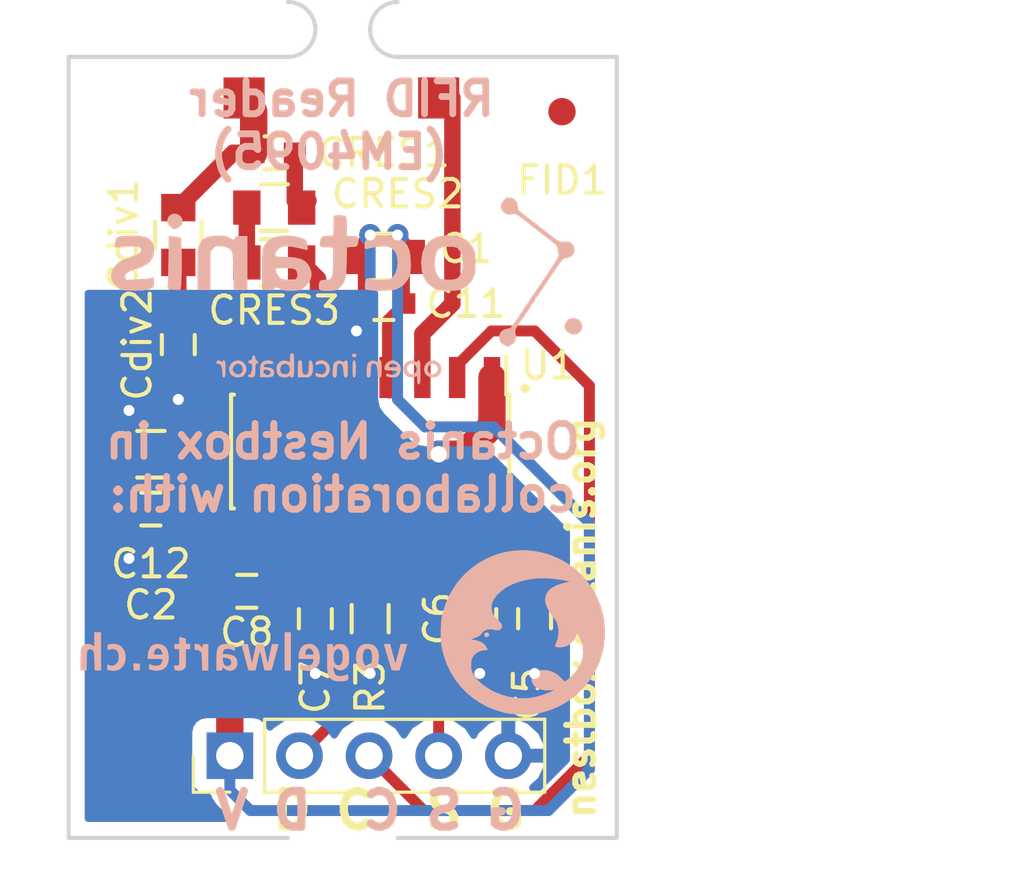
<source format=kicad_pcb>
(kicad_pcb (version 4) (host pcbnew 4.0.7)

  (general
    (links 34)
    (no_connects 0)
    (area 151.419047 79 174.075001 113.533333)
    (thickness 1.6)
    (drawings 14)
    (tracks 121)
    (zones 0)
    (modules 22)
    (nets 18)
  )

  (page A4)
  (layers
    (0 F.Cu signal)
    (31 B.Cu signal)
    (32 B.Adhes user)
    (33 F.Adhes user)
    (34 B.Paste user)
    (35 F.Paste user)
    (36 B.SilkS user)
    (37 F.SilkS user)
    (38 B.Mask user)
    (39 F.Mask user)
    (40 Dwgs.User user)
    (41 Cmts.User user)
    (42 Eco1.User user)
    (43 Eco2.User user)
    (44 Edge.Cuts user)
    (45 Margin user)
    (46 B.CrtYd user)
    (47 F.CrtYd user)
    (48 B.Fab user)
    (49 F.Fab user)
  )

  (setup
    (last_trace_width 0.25)
    (user_trace_width 1)
    (user_trace_width 1)
    (user_trace_width 1)
    (user_trace_width 1)
    (user_trace_width 1)
    (user_trace_width 1)
    (trace_clearance 0.2)
    (zone_clearance 0.508)
    (zone_45_only no)
    (trace_min 0.2)
    (segment_width 0.2)
    (edge_width 0.15)
    (via_size 0.8)
    (via_drill 0.4)
    (via_min_size 0.4)
    (via_min_drill 0.3)
    (uvia_size 0.3)
    (uvia_drill 0.1)
    (uvias_allowed no)
    (uvia_min_size 0.2)
    (uvia_min_drill 0.1)
    (pcb_text_width 0.3)
    (pcb_text_size 1.5 1.5)
    (mod_edge_width 0.15)
    (mod_text_size 1 1)
    (mod_text_width 0.15)
    (pad_size 1.524 1.524)
    (pad_drill 0.762)
    (pad_to_mask_clearance 0.2)
    (aux_axis_origin 0 0)
    (grid_origin 149 126.5)
    (visible_elements FFFFFF7F)
    (pcbplotparams
      (layerselection 0x010f0_80000001)
      (usegerberextensions true)
      (usegerberattributes true)
      (excludeedgelayer true)
      (linewidth 0.100000)
      (plotframeref false)
      (viasonmask false)
      (mode 1)
      (useauxorigin false)
      (hpglpennumber 1)
      (hpglpenspeed 20)
      (hpglpendiameter 15)
      (hpglpenoverlay 2)
      (psnegative false)
      (psa4output false)
      (plotreference true)
      (plotvalue false)
      (plotinvisibletext false)
      (padsonsilk false)
      (subtractmaskfromsilk false)
      (outputformat 1)
      (mirror false)
      (drillshape 0)
      (scaleselection 1)
      (outputdirectory Gerber/))
  )

  (net 0 "")
  (net 1 GND)
  (net 2 /RFID_VDD)
  (net 3 /ant2)
  (net 4 "Net-(C6-Pad2)")
  (net 5 "Net-(C7-Pad2)")
  (net 6 "Net-(C8-Pad2)")
  (net 7 /rdyclk)
  (net 8 /demod_out)
  (net 9 /shd)
  (net 10 "Net-(Cdiv1-Pad1)")
  (net 11 "Net-(C5-Pad2)")
  (net 12 "Net-(C8-Pad1)")
  (net 13 "Net-(CRES1-Pad1)")
  (net 14 "Net-(CRES2-Pad1)")
  (net 15 "Net-(CRES3-Pad1)")
  (net 16 "Net-(R3-Pad2)")
  (net 17 /ant1)

  (net_class Default "Dies ist die voreingestellte Netzklasse."
    (clearance 0.2)
    (trace_width 0.25)
    (via_dia 0.8)
    (via_drill 0.4)
    (uvia_dia 0.3)
    (uvia_drill 0.1)
    (add_net /RFID_VDD)
    (add_net /ant1)
    (add_net /ant2)
    (add_net /demod_out)
    (add_net /rdyclk)
    (add_net /shd)
    (add_net GND)
    (add_net "Net-(C5-Pad2)")
    (add_net "Net-(C6-Pad2)")
    (add_net "Net-(C7-Pad2)")
    (add_net "Net-(C8-Pad1)")
    (add_net "Net-(C8-Pad2)")
    (add_net "Net-(CRES1-Pad1)")
    (add_net "Net-(CRES2-Pad1)")
    (add_net "Net-(CRES3-Pad1)")
    (add_net "Net-(Cdiv1-Pad1)")
    (add_net "Net-(R3-Pad2)")
  )

  (net_class Antenna ""
    (clearance 0.2)
    (trace_width 1)
    (via_dia 0.8)
    (via_drill 0.4)
    (uvia_dia 0.3)
    (uvia_drill 0.1)
  )

  (module Capacitors_SMD:C_0603 (layer F.Cu) (tedit 5415D631) (tstamp 5B017901)
    (at 171 103.5 90)
    (descr "Capacitor SMD 0603, reflow soldering, AVX (see smccp.pdf)")
    (tags "capacitor 0603")
    (path /5AFA1B9F)
    (attr smd)
    (fp_text reference C5 (at -2.75 -0.25 90) (layer F.SilkS)
      (effects (font (size 1 1) (thickness 0.15)))
    )
    (fp_text value "10n  (22n max)" (at 0 1.9 90) (layer F.Fab)
      (effects (font (size 1 1) (thickness 0.15)))
    )
    (fp_line (start -1.45 -0.75) (end 1.45 -0.75) (layer F.CrtYd) (width 0.05))
    (fp_line (start -1.45 0.75) (end 1.45 0.75) (layer F.CrtYd) (width 0.05))
    (fp_line (start -1.45 -0.75) (end -1.45 0.75) (layer F.CrtYd) (width 0.05))
    (fp_line (start 1.45 -0.75) (end 1.45 0.75) (layer F.CrtYd) (width 0.05))
    (fp_line (start -0.35 -0.6) (end 0.35 -0.6) (layer F.SilkS) (width 0.15))
    (fp_line (start 0.35 0.6) (end -0.35 0.6) (layer F.SilkS) (width 0.15))
    (pad 1 smd rect (at -0.75 0 90) (size 0.8 0.75) (layers F.Cu F.Paste F.Mask)
      (net 1 GND))
    (pad 2 smd rect (at 0.75 0 90) (size 0.8 0.75) (layers F.Cu F.Paste F.Mask)
      (net 11 "Net-(C5-Pad2)"))
    (model Capacitors_SMD.3dshapes/C_0603.wrl
      (at (xyz 0 0 0))
      (scale (xyz 1 1 1))
      (rotate (xyz 0 0 0))
    )
  )

  (module Capacitors_SMD:C_0603 (layer F.Cu) (tedit 5415D631) (tstamp 5B01790D)
    (at 169 103.5 90)
    (descr "Capacitor SMD 0603, reflow soldering, AVX (see smccp.pdf)")
    (tags "capacitor 0603")
    (path /5AFA1EF5)
    (attr smd)
    (fp_text reference C6 (at 0 -1.5 90) (layer F.SilkS)
      (effects (font (size 1 1) (thickness 0.15)))
    )
    (fp_text value 10n (at 0 1.9 90) (layer F.Fab)
      (effects (font (size 1 1) (thickness 0.15)))
    )
    (fp_line (start 0.35 0.6) (end -0.35 0.6) (layer F.SilkS) (width 0.15))
    (fp_line (start -0.35 -0.6) (end 0.35 -0.6) (layer F.SilkS) (width 0.15))
    (fp_line (start 1.45 -0.75) (end 1.45 0.75) (layer F.CrtYd) (width 0.05))
    (fp_line (start -1.45 -0.75) (end -1.45 0.75) (layer F.CrtYd) (width 0.05))
    (fp_line (start -1.45 0.75) (end 1.45 0.75) (layer F.CrtYd) (width 0.05))
    (fp_line (start -1.45 -0.75) (end 1.45 -0.75) (layer F.CrtYd) (width 0.05))
    (pad 2 smd rect (at 0.75 0 90) (size 0.8 0.75) (layers F.Cu F.Paste F.Mask)
      (net 4 "Net-(C6-Pad2)"))
    (pad 1 smd rect (at -0.75 0 90) (size 0.8 0.75) (layers F.Cu F.Paste F.Mask)
      (net 1 GND))
    (model Capacitors_SMD.3dshapes/C_0603.wrl
      (at (xyz 0 0 0))
      (scale (xyz 1 1 1))
      (rotate (xyz 0 0 0))
    )
  )

  (module Capacitors_SMD:C_0603 (layer F.Cu) (tedit 5415D631) (tstamp 5B017919)
    (at 163 103.5 90)
    (descr "Capacitor SMD 0603, reflow soldering, AVX (see smccp.pdf)")
    (tags "capacitor 0603")
    (path /5AFA2685)
    (attr smd)
    (fp_text reference C7 (at -2.5 0 90) (layer F.SilkS)
      (effects (font (size 1 1) (thickness 0.15)))
    )
    (fp_text value 100n (at 0 1.9 90) (layer F.Fab)
      (effects (font (size 1 1) (thickness 0.15)))
    )
    (fp_line (start -1.45 -0.75) (end 1.45 -0.75) (layer F.CrtYd) (width 0.05))
    (fp_line (start -1.45 0.75) (end 1.45 0.75) (layer F.CrtYd) (width 0.05))
    (fp_line (start -1.45 -0.75) (end -1.45 0.75) (layer F.CrtYd) (width 0.05))
    (fp_line (start 1.45 -0.75) (end 1.45 0.75) (layer F.CrtYd) (width 0.05))
    (fp_line (start -0.35 -0.6) (end 0.35 -0.6) (layer F.SilkS) (width 0.15))
    (fp_line (start 0.35 0.6) (end -0.35 0.6) (layer F.SilkS) (width 0.15))
    (pad 1 smd rect (at -0.75 0 90) (size 0.8 0.75) (layers F.Cu F.Paste F.Mask)
      (net 1 GND))
    (pad 2 smd rect (at 0.75 0 90) (size 0.8 0.75) (layers F.Cu F.Paste F.Mask)
      (net 5 "Net-(C7-Pad2)"))
    (model Capacitors_SMD.3dshapes/C_0603.wrl
      (at (xyz 0 0 0))
      (scale (xyz 1 1 1))
      (rotate (xyz 0 0 0))
    )
  )

  (module Housings_SOIC:SOIC-16_3.9x9.9mm_Pitch1.27mm (layer F.Cu) (tedit 54130A77) (tstamp 5B0C8979)
    (at 165 97.4 270)
    (descr "16-Lead Plastic Small Outline (SL) - Narrow, 3.90 mm Body [SOIC] (see Microchip Packaging Specification 00000049BS.pdf)")
    (tags "SOIC 1.27")
    (path /5AFA0C2C)
    (attr smd)
    (fp_text reference U1 (at -3.15 -6.5 360) (layer F.SilkS)
      (effects (font (size 1 1) (thickness 0.15)))
    )
    (fp_text value EM4095 (at 0 6 270) (layer F.Fab)
      (effects (font (size 1 1) (thickness 0.15)))
    )
    (fp_line (start -3.7 -5.25) (end -3.7 5.25) (layer F.CrtYd) (width 0.05))
    (fp_line (start 3.7 -5.25) (end 3.7 5.25) (layer F.CrtYd) (width 0.05))
    (fp_line (start -3.7 -5.25) (end 3.7 -5.25) (layer F.CrtYd) (width 0.05))
    (fp_line (start -3.7 5.25) (end 3.7 5.25) (layer F.CrtYd) (width 0.05))
    (fp_line (start -2.075 -5.075) (end -2.075 -4.97) (layer F.SilkS) (width 0.15))
    (fp_line (start 2.075 -5.075) (end 2.075 -4.97) (layer F.SilkS) (width 0.15))
    (fp_line (start 2.075 5.075) (end 2.075 4.97) (layer F.SilkS) (width 0.15))
    (fp_line (start -2.075 5.075) (end -2.075 4.97) (layer F.SilkS) (width 0.15))
    (fp_line (start -2.075 -5.075) (end 2.075 -5.075) (layer F.SilkS) (width 0.15))
    (fp_line (start -2.075 5.075) (end 2.075 5.075) (layer F.SilkS) (width 0.15))
    (fp_line (start -2.075 -4.97) (end -3.45 -4.97) (layer F.SilkS) (width 0.15))
    (pad 1 smd rect (at -2.7 -4.445 270) (size 1.5 0.6) (layers F.Cu F.Paste F.Mask)
      (net 1 GND))
    (pad 2 smd rect (at -2.7 -3.175 270) (size 1.5 0.6) (layers F.Cu F.Paste F.Mask)
      (net 7 /rdyclk))
    (pad 3 smd rect (at -2.7 -1.905 270) (size 1.5 0.6) (layers F.Cu F.Paste F.Mask)
      (net 17 /ant1))
    (pad 4 smd rect (at -2.7 -0.635 270) (size 1.5 0.6) (layers F.Cu F.Paste F.Mask)
      (net 2 /RFID_VDD))
    (pad 5 smd rect (at -2.7 0.635 270) (size 1.5 0.6) (layers F.Cu F.Paste F.Mask)
      (net 1 GND))
    (pad 6 smd rect (at -2.7 1.905 270) (size 1.5 0.6) (layers F.Cu F.Paste F.Mask)
      (net 15 "Net-(CRES3-Pad1)"))
    (pad 7 smd rect (at -2.7 3.175 270) (size 1.5 0.6) (layers F.Cu F.Paste F.Mask)
      (net 2 /RFID_VDD))
    (pad 8 smd rect (at -2.7 4.445 270) (size 1.5 0.6) (layers F.Cu F.Paste F.Mask)
      (net 10 "Net-(Cdiv1-Pad1)"))
    (pad 9 smd rect (at 2.7 4.445 270) (size 1.5 0.6) (layers F.Cu F.Paste F.Mask)
      (net 12 "Net-(C8-Pad1)"))
    (pad 10 smd rect (at 2.7 3.175 270) (size 1.5 0.6) (layers F.Cu F.Paste F.Mask)
      (net 6 "Net-(C8-Pad2)"))
    (pad 11 smd rect (at 2.7 1.905 270) (size 1.5 0.6) (layers F.Cu F.Paste F.Mask)
      (net 5 "Net-(C7-Pad2)"))
    (pad 12 smd rect (at 2.7 0.635 270) (size 1.5 0.6) (layers F.Cu F.Paste F.Mask)
      (net 16 "Net-(R3-Pad2)"))
    (pad 13 smd rect (at 2.7 -0.635 270) (size 1.5 0.6) (layers F.Cu F.Paste F.Mask)
      (net 8 /demod_out))
    (pad 14 smd rect (at 2.7 -1.905 270) (size 1.5 0.6) (layers F.Cu F.Paste F.Mask)
      (net 9 /shd))
    (pad 15 smd rect (at 2.7 -3.175 270) (size 1.5 0.6) (layers F.Cu F.Paste F.Mask)
      (net 4 "Net-(C6-Pad2)"))
    (pad 16 smd rect (at 2.7 -4.445 270) (size 1.5 0.6) (layers F.Cu F.Paste F.Mask)
      (net 11 "Net-(C5-Pad2)"))
    (model Housings_SOIC.3dshapes/SOIC-16_3.9x9.9mm_Pitch1.27mm.wrl
      (at (xyz 0 0 0))
      (scale (xyz 1 1 1))
      (rotate (xyz 0 0 0))
    )
  )

  (module Capacitors_SMD:C_0603 (layer F.Cu) (tedit 5415D631) (tstamp 5B1D5482)
    (at 157 99.5)
    (descr "Capacitor SMD 0603, reflow soldering, AVX (see smccp.pdf)")
    (tags "capacitor 0603")
    (path /5B1BD07A)
    (attr smd)
    (fp_text reference C2 (at 0 3.5) (layer F.SilkS)
      (effects (font (size 1 1) (thickness 0.15)))
    )
    (fp_text value 100n (at 0 1.9) (layer F.Fab)
      (effects (font (size 1 1) (thickness 0.15)))
    )
    (fp_line (start -0.8 0.4) (end -0.8 -0.4) (layer F.Fab) (width 0.15))
    (fp_line (start 0.8 0.4) (end -0.8 0.4) (layer F.Fab) (width 0.15))
    (fp_line (start 0.8 -0.4) (end 0.8 0.4) (layer F.Fab) (width 0.15))
    (fp_line (start -0.8 -0.4) (end 0.8 -0.4) (layer F.Fab) (width 0.15))
    (fp_line (start -1.45 -0.75) (end 1.45 -0.75) (layer F.CrtYd) (width 0.05))
    (fp_line (start -1.45 0.75) (end 1.45 0.75) (layer F.CrtYd) (width 0.05))
    (fp_line (start -1.45 -0.75) (end -1.45 0.75) (layer F.CrtYd) (width 0.05))
    (fp_line (start 1.45 -0.75) (end 1.45 0.75) (layer F.CrtYd) (width 0.05))
    (fp_line (start -0.35 -0.6) (end 0.35 -0.6) (layer F.SilkS) (width 0.15))
    (fp_line (start 0.35 0.6) (end -0.35 0.6) (layer F.SilkS) (width 0.15))
    (pad 1 smd rect (at -0.75 0) (size 0.8 0.75) (layers F.Cu F.Paste F.Mask)
      (net 1 GND))
    (pad 2 smd rect (at 0.75 0) (size 0.8 0.75) (layers F.Cu F.Paste F.Mask)
      (net 2 /RFID_VDD))
    (model Capacitors_SMD.3dshapes/C_0603.wrl
      (at (xyz 0 0 0))
      (scale (xyz 1 1 1))
      (rotate (xyz 0 0 0))
    )
  )

  (module Capacitors_SMD:C_0603 (layer F.Cu) (tedit 5415D631) (tstamp 5B1D5492)
    (at 160.5 102.5)
    (descr "Capacitor SMD 0603, reflow soldering, AVX (see smccp.pdf)")
    (tags "capacitor 0603")
    (path /5B1D2F3A)
    (attr smd)
    (fp_text reference C8 (at 0 1.5) (layer F.SilkS)
      (effects (font (size 1 1) (thickness 0.15)))
    )
    (fp_text value "DNP or 100n" (at 0 1.9) (layer F.Fab)
      (effects (font (size 1 1) (thickness 0.15)))
    )
    (fp_line (start -0.8 0.4) (end -0.8 -0.4) (layer F.Fab) (width 0.15))
    (fp_line (start 0.8 0.4) (end -0.8 0.4) (layer F.Fab) (width 0.15))
    (fp_line (start 0.8 -0.4) (end 0.8 0.4) (layer F.Fab) (width 0.15))
    (fp_line (start -0.8 -0.4) (end 0.8 -0.4) (layer F.Fab) (width 0.15))
    (fp_line (start -1.45 -0.75) (end 1.45 -0.75) (layer F.CrtYd) (width 0.05))
    (fp_line (start -1.45 0.75) (end 1.45 0.75) (layer F.CrtYd) (width 0.05))
    (fp_line (start -1.45 -0.75) (end -1.45 0.75) (layer F.CrtYd) (width 0.05))
    (fp_line (start 1.45 -0.75) (end 1.45 0.75) (layer F.CrtYd) (width 0.05))
    (fp_line (start -0.35 -0.6) (end 0.35 -0.6) (layer F.SilkS) (width 0.15))
    (fp_line (start 0.35 0.6) (end -0.35 0.6) (layer F.SilkS) (width 0.15))
    (pad 1 smd rect (at -0.75 0) (size 0.8 0.75) (layers F.Cu F.Paste F.Mask)
      (net 12 "Net-(C8-Pad1)"))
    (pad 2 smd rect (at 0.75 0) (size 0.8 0.75) (layers F.Cu F.Paste F.Mask)
      (net 6 "Net-(C8-Pad2)"))
    (model Capacitors_SMD.3dshapes/C_0603.wrl
      (at (xyz 0 0 0))
      (scale (xyz 1 1 1))
      (rotate (xyz 0 0 0))
    )
  )

  (module Capacitors_SMD:C_0805 (layer F.Cu) (tedit 5415D6EA) (tstamp 5B1D54B2)
    (at 158 89.5 90)
    (descr "Capacitor SMD 0805, reflow soldering, AVX (see smccp.pdf)")
    (tags "capacitor 0805")
    (path /5B1D0396)
    (attr smd)
    (fp_text reference Cdiv1 (at 0 -2 90) (layer F.SilkS)
      (effects (font (size 1 1) (thickness 0.15)))
    )
    (fp_text value "10p 500V" (at 0 2.1 90) (layer F.Fab)
      (effects (font (size 1 1) (thickness 0.15)))
    )
    (fp_line (start -1 0.625) (end -1 -0.625) (layer F.Fab) (width 0.15))
    (fp_line (start 1 0.625) (end -1 0.625) (layer F.Fab) (width 0.15))
    (fp_line (start 1 -0.625) (end 1 0.625) (layer F.Fab) (width 0.15))
    (fp_line (start -1 -0.625) (end 1 -0.625) (layer F.Fab) (width 0.15))
    (fp_line (start -1.8 -1) (end 1.8 -1) (layer F.CrtYd) (width 0.05))
    (fp_line (start -1.8 1) (end 1.8 1) (layer F.CrtYd) (width 0.05))
    (fp_line (start -1.8 -1) (end -1.8 1) (layer F.CrtYd) (width 0.05))
    (fp_line (start 1.8 -1) (end 1.8 1) (layer F.CrtYd) (width 0.05))
    (fp_line (start 0.5 -0.85) (end -0.5 -0.85) (layer F.SilkS) (width 0.15))
    (fp_line (start -0.5 0.85) (end 0.5 0.85) (layer F.SilkS) (width 0.15))
    (pad 1 smd rect (at -1 0 90) (size 1 1.25) (layers F.Cu F.Paste F.Mask)
      (net 10 "Net-(Cdiv1-Pad1)"))
    (pad 2 smd rect (at 1 0 90) (size 1 1.25) (layers F.Cu F.Paste F.Mask)
      (net 3 /ant2))
    (model Capacitors_SMD.3dshapes/C_0805.wrl
      (at (xyz 0 0 0))
      (scale (xyz 1 1 1))
      (rotate (xyz 0 0 0))
    )
  )

  (module Capacitors_SMD:C_0603 (layer F.Cu) (tedit 5415D631) (tstamp 5B1D54C2)
    (at 158 93.5 90)
    (descr "Capacitor SMD 0603, reflow soldering, AVX (see smccp.pdf)")
    (tags "capacitor 0603")
    (path /5A0F0961)
    (attr smd)
    (fp_text reference Cdiv2 (at 0 -1.5 90) (layer F.SilkS)
      (effects (font (size 1 1) (thickness 0.15)))
    )
    (fp_text value 1.5n (at 0 1.9 90) (layer F.Fab)
      (effects (font (size 1 1) (thickness 0.15)))
    )
    (fp_line (start -0.8 0.4) (end -0.8 -0.4) (layer F.Fab) (width 0.15))
    (fp_line (start 0.8 0.4) (end -0.8 0.4) (layer F.Fab) (width 0.15))
    (fp_line (start 0.8 -0.4) (end 0.8 0.4) (layer F.Fab) (width 0.15))
    (fp_line (start -0.8 -0.4) (end 0.8 -0.4) (layer F.Fab) (width 0.15))
    (fp_line (start -1.45 -0.75) (end 1.45 -0.75) (layer F.CrtYd) (width 0.05))
    (fp_line (start -1.45 0.75) (end 1.45 0.75) (layer F.CrtYd) (width 0.05))
    (fp_line (start -1.45 -0.75) (end -1.45 0.75) (layer F.CrtYd) (width 0.05))
    (fp_line (start 1.45 -0.75) (end 1.45 0.75) (layer F.CrtYd) (width 0.05))
    (fp_line (start -0.35 -0.6) (end 0.35 -0.6) (layer F.SilkS) (width 0.15))
    (fp_line (start 0.35 0.6) (end -0.35 0.6) (layer F.SilkS) (width 0.15))
    (pad 1 smd rect (at -0.75 0 90) (size 0.8 0.75) (layers F.Cu F.Paste F.Mask)
      (net 1 GND))
    (pad 2 smd rect (at 0.75 0 90) (size 0.8 0.75) (layers F.Cu F.Paste F.Mask)
      (net 10 "Net-(Cdiv1-Pad1)"))
    (model Capacitors_SMD.3dshapes/C_0603.wrl
      (at (xyz 0 0 0))
      (scale (xyz 1 1 1))
      (rotate (xyz 0 0 0))
    )
  )

  (module Capacitors_SMD:C_0805 (layer F.Cu) (tedit 5415D6EA) (tstamp 5B1D54D8)
    (at 161.5 88.5)
    (descr "Capacitor SMD 0805, reflow soldering, AVX (see smccp.pdf)")
    (tags "capacitor 0805")
    (path /5B1CCB22)
    (attr smd)
    (fp_text reference CRES2 (at 4.5 -0.5) (layer F.SilkS)
      (effects (font (size 1 1) (thickness 0.15)))
    )
    (fp_text value "1.8n 250V" (at 0 2.1) (layer F.Fab)
      (effects (font (size 1 1) (thickness 0.15)))
    )
    (fp_line (start -1 0.625) (end -1 -0.625) (layer F.Fab) (width 0.15))
    (fp_line (start 1 0.625) (end -1 0.625) (layer F.Fab) (width 0.15))
    (fp_line (start 1 -0.625) (end 1 0.625) (layer F.Fab) (width 0.15))
    (fp_line (start -1 -0.625) (end 1 -0.625) (layer F.Fab) (width 0.15))
    (fp_line (start -1.8 -1) (end 1.8 -1) (layer F.CrtYd) (width 0.05))
    (fp_line (start -1.8 1) (end 1.8 1) (layer F.CrtYd) (width 0.05))
    (fp_line (start -1.8 -1) (end -1.8 1) (layer F.CrtYd) (width 0.05))
    (fp_line (start 1.8 -1) (end 1.8 1) (layer F.CrtYd) (width 0.05))
    (fp_line (start 0.5 -0.85) (end -0.5 -0.85) (layer F.SilkS) (width 0.15))
    (fp_line (start -0.5 0.85) (end 0.5 0.85) (layer F.SilkS) (width 0.15))
    (pad 1 smd rect (at -1 0) (size 1 1.25) (layers F.Cu F.Paste F.Mask)
      (net 14 "Net-(CRES2-Pad1)"))
    (pad 2 smd rect (at 1 0) (size 1 1.25) (layers F.Cu F.Paste F.Mask)
      (net 13 "Net-(CRES1-Pad1)"))
    (model Capacitors_SMD.3dshapes/C_0805.wrl
      (at (xyz 0 0 0))
      (scale (xyz 1 1 1))
      (rotate (xyz 0 0 0))
    )
  )

  (module Capacitors_SMD:C_0805 (layer F.Cu) (tedit 5415D6EA) (tstamp 5B1D54E8)
    (at 161.5 90.5 180)
    (descr "Capacitor SMD 0805, reflow soldering, AVX (see smccp.pdf)")
    (tags "capacitor 0805")
    (path /5B1CC93D)
    (attr smd)
    (fp_text reference CRES3 (at 0 -1.75 180) (layer F.SilkS)
      (effects (font (size 1 1) (thickness 0.15)))
    )
    (fp_text value "1n 450V" (at 0 2.1 180) (layer F.Fab)
      (effects (font (size 1 1) (thickness 0.15)))
    )
    (fp_line (start -1 0.625) (end -1 -0.625) (layer F.Fab) (width 0.15))
    (fp_line (start 1 0.625) (end -1 0.625) (layer F.Fab) (width 0.15))
    (fp_line (start 1 -0.625) (end 1 0.625) (layer F.Fab) (width 0.15))
    (fp_line (start -1 -0.625) (end 1 -0.625) (layer F.Fab) (width 0.15))
    (fp_line (start -1.8 -1) (end 1.8 -1) (layer F.CrtYd) (width 0.05))
    (fp_line (start -1.8 1) (end 1.8 1) (layer F.CrtYd) (width 0.05))
    (fp_line (start -1.8 -1) (end -1.8 1) (layer F.CrtYd) (width 0.05))
    (fp_line (start 1.8 -1) (end 1.8 1) (layer F.CrtYd) (width 0.05))
    (fp_line (start 0.5 -0.85) (end -0.5 -0.85) (layer F.SilkS) (width 0.15))
    (fp_line (start -0.5 0.85) (end 0.5 0.85) (layer F.SilkS) (width 0.15))
    (pad 1 smd rect (at -1 0 180) (size 1 1.25) (layers F.Cu F.Paste F.Mask)
      (net 15 "Net-(CRES3-Pad1)"))
    (pad 2 smd rect (at 1 0 180) (size 1 1.25) (layers F.Cu F.Paste F.Mask)
      (net 14 "Net-(CRES2-Pad1)"))
    (model Capacitors_SMD.3dshapes/C_0805.wrl
      (at (xyz 0 0 0))
      (scale (xyz 1 1 1))
      (rotate (xyz 0 0 0))
    )
  )

  (module Pin_Headers:Pin_Header_Straight_1x05_Pitch2.54mm (layer F.Cu) (tedit 5BB24194) (tstamp 5B1D552D)
    (at 159.88 108.5 90)
    (descr "Through hole straight pin header, 1x05, 2.54mm pitch, single row")
    (tags "Through hole pin header THT 1x05 2.54mm single row")
    (path /5B1D394E)
    (fp_text reference J1 (at -2 0.12 180) (layer F.SilkS) hide
      (effects (font (size 1 1) (thickness 0.15)))
    )
    (fp_text value CONN_01X05 (at 0 12.49 90) (layer F.Fab)
      (effects (font (size 1 1) (thickness 0.15)))
    )
    (fp_line (start -0.635 -1.27) (end 1.27 -1.27) (layer F.Fab) (width 0.1))
    (fp_line (start 1.27 -1.27) (end 1.27 11.43) (layer F.Fab) (width 0.1))
    (fp_line (start 1.27 11.43) (end -1.27 11.43) (layer F.Fab) (width 0.1))
    (fp_line (start -1.27 11.43) (end -1.27 -0.635) (layer F.Fab) (width 0.1))
    (fp_line (start -1.27 -0.635) (end -0.635 -1.27) (layer F.Fab) (width 0.1))
    (fp_line (start -1.33 11.49) (end 1.33 11.49) (layer F.SilkS) (width 0.12))
    (fp_line (start -1.33 1.27) (end -1.33 11.49) (layer F.SilkS) (width 0.12))
    (fp_line (start 1.33 1.27) (end 1.33 11.49) (layer F.SilkS) (width 0.12))
    (fp_line (start -1.33 1.27) (end 1.33 1.27) (layer F.SilkS) (width 0.12))
    (fp_line (start -1.33 0) (end -1.33 -1.33) (layer F.SilkS) (width 0.12))
    (fp_line (start -1.33 -1.33) (end 0 -1.33) (layer F.SilkS) (width 0.12))
    (fp_line (start -1.8 -1.8) (end -1.8 11.95) (layer F.CrtYd) (width 0.05))
    (fp_line (start -1.8 11.95) (end 1.8 11.95) (layer F.CrtYd) (width 0.05))
    (fp_line (start 1.8 11.95) (end 1.8 -1.8) (layer F.CrtYd) (width 0.05))
    (fp_line (start 1.8 -1.8) (end -1.8 -1.8) (layer F.CrtYd) (width 0.05))
    (fp_text user %R (at 0 5.08 180) (layer F.Fab)
      (effects (font (size 1 1) (thickness 0.15)))
    )
    (pad 1 thru_hole rect (at 0 0 90) (size 1.7 1.7) (drill 1) (layers *.Cu *.Mask)
      (net 2 /RFID_VDD))
    (pad 2 thru_hole oval (at 0 2.54 90) (size 1.7 1.7) (drill 1) (layers *.Cu *.Mask)
      (net 8 /demod_out))
    (pad 3 thru_hole oval (at 0 5.08 90) (size 1.7 1.7) (drill 1) (layers *.Cu *.Mask)
      (net 7 /rdyclk))
    (pad 4 thru_hole oval (at 0 7.62 90) (size 1.7 1.7) (drill 1) (layers *.Cu *.Mask)
      (net 9 /shd))
    (pad 5 thru_hole oval (at 0 10.16 90) (size 1.7 1.7) (drill 1) (layers *.Cu *.Mask)
      (net 1 GND))
    (model ${KISYS3DMOD}/Pin_Headers.3dshapes/Pin_Header_Straight_1x05_Pitch2.54mm.wrl
      (at (xyz 0 0 0))
      (scale (xyz 1 1 1))
      (rotate (xyz 0 0 0))
    )
  )

  (module Resistors_SMD:R_0603 (layer F.Cu) (tedit 58307A47) (tstamp 5B1D553F)
    (at 165 103.5 90)
    (descr "Resistor SMD 0603, reflow soldering, Vishay (see dcrcw.pdf)")
    (tags "resistor 0603")
    (path /5B1D34BC)
    (attr smd)
    (fp_text reference R3 (at -2.5 0 90) (layer F.SilkS)
      (effects (font (size 1 1) (thickness 0.15)))
    )
    (fp_text value 0R (at 0 1.9 90) (layer F.Fab)
      (effects (font (size 1 1) (thickness 0.15)))
    )
    (fp_line (start -0.8 0.4) (end -0.8 -0.4) (layer F.Fab) (width 0.1))
    (fp_line (start 0.8 0.4) (end -0.8 0.4) (layer F.Fab) (width 0.1))
    (fp_line (start 0.8 -0.4) (end 0.8 0.4) (layer F.Fab) (width 0.1))
    (fp_line (start -0.8 -0.4) (end 0.8 -0.4) (layer F.Fab) (width 0.1))
    (fp_line (start -1.3 -0.8) (end 1.3 -0.8) (layer F.CrtYd) (width 0.05))
    (fp_line (start -1.3 0.8) (end 1.3 0.8) (layer F.CrtYd) (width 0.05))
    (fp_line (start -1.3 -0.8) (end -1.3 0.8) (layer F.CrtYd) (width 0.05))
    (fp_line (start 1.3 -0.8) (end 1.3 0.8) (layer F.CrtYd) (width 0.05))
    (fp_line (start 0.5 0.675) (end -0.5 0.675) (layer F.SilkS) (width 0.15))
    (fp_line (start -0.5 -0.675) (end 0.5 -0.675) (layer F.SilkS) (width 0.15))
    (pad 1 smd rect (at -0.75 0 90) (size 0.5 0.9) (layers F.Cu F.Paste F.Mask)
      (net 1 GND))
    (pad 2 smd rect (at 0.75 0 90) (size 0.5 0.9) (layers F.Cu F.Paste F.Mask)
      (net 16 "Net-(R3-Pad2)"))
    (model Resistors_SMD.3dshapes/R_0603.wrl
      (at (xyz 0 0 0))
      (scale (xyz 1 1 1))
      (rotate (xyz 0 0 0))
    )
  )

  (module Capacitors_SMD:C_0603 (layer F.Cu) (tedit 5415D631) (tstamp 5B1D3903)
    (at 161.5 86.5 180)
    (descr "Capacitor SMD 0603, reflow soldering, AVX (see smccp.pdf)")
    (tags "capacitor 0603")
    (path /5B1BDB46)
    (attr smd)
    (fp_text reference CRES1 (at -4 0 180) (layer F.SilkS)
      (effects (font (size 1 1) (thickness 0.15)))
    )
    (fp_text value "C_fine_tuning (10nF, 50V)" (at 0 1.9 180) (layer F.Fab)
      (effects (font (size 1 1) (thickness 0.15)))
    )
    (fp_line (start -0.8 0.4) (end -0.8 -0.4) (layer F.Fab) (width 0.15))
    (fp_line (start 0.8 0.4) (end -0.8 0.4) (layer F.Fab) (width 0.15))
    (fp_line (start 0.8 -0.4) (end 0.8 0.4) (layer F.Fab) (width 0.15))
    (fp_line (start -0.8 -0.4) (end 0.8 -0.4) (layer F.Fab) (width 0.15))
    (fp_line (start -1.45 -0.75) (end 1.45 -0.75) (layer F.CrtYd) (width 0.05))
    (fp_line (start -1.45 0.75) (end 1.45 0.75) (layer F.CrtYd) (width 0.05))
    (fp_line (start -1.45 -0.75) (end -1.45 0.75) (layer F.CrtYd) (width 0.05))
    (fp_line (start 1.45 -0.75) (end 1.45 0.75) (layer F.CrtYd) (width 0.05))
    (fp_line (start -0.35 -0.6) (end 0.35 -0.6) (layer F.SilkS) (width 0.15))
    (fp_line (start 0.35 0.6) (end -0.35 0.6) (layer F.SilkS) (width 0.15))
    (pad 1 smd rect (at -0.75 0 180) (size 0.8 0.75) (layers F.Cu F.Paste F.Mask)
      (net 13 "Net-(CRES1-Pad1)"))
    (pad 2 smd rect (at 0.75 0 180) (size 0.8 0.75) (layers F.Cu F.Paste F.Mask)
      (net 3 /ant2))
    (model Capacitors_SMD.3dshapes/C_0603.wrl
      (at (xyz 0 0 0))
      (scale (xyz 1 1 1))
      (rotate (xyz 0 0 0))
    )
  )

  (module Capacitors_SMD:C_0603 (layer F.Cu) (tedit 5415D631) (tstamp 5B23B017)
    (at 165.5 92 180)
    (descr "Capacitor SMD 0603, reflow soldering, AVX (see smccp.pdf)")
    (tags "capacitor 0603")
    (path /5B1D5387)
    (attr smd)
    (fp_text reference C11 (at -3 0 180) (layer F.SilkS)
      (effects (font (size 1 1) (thickness 0.15)))
    )
    (fp_text value 100n (at 0 1.9 180) (layer F.Fab)
      (effects (font (size 1 1) (thickness 0.15)))
    )
    (fp_line (start -0.8 0.4) (end -0.8 -0.4) (layer F.Fab) (width 0.15))
    (fp_line (start 0.8 0.4) (end -0.8 0.4) (layer F.Fab) (width 0.15))
    (fp_line (start 0.8 -0.4) (end 0.8 0.4) (layer F.Fab) (width 0.15))
    (fp_line (start -0.8 -0.4) (end 0.8 -0.4) (layer F.Fab) (width 0.15))
    (fp_line (start -1.45 -0.75) (end 1.45 -0.75) (layer F.CrtYd) (width 0.05))
    (fp_line (start -1.45 0.75) (end 1.45 0.75) (layer F.CrtYd) (width 0.05))
    (fp_line (start -1.45 -0.75) (end -1.45 0.75) (layer F.CrtYd) (width 0.05))
    (fp_line (start 1.45 -0.75) (end 1.45 0.75) (layer F.CrtYd) (width 0.05))
    (fp_line (start -0.35 -0.6) (end 0.35 -0.6) (layer F.SilkS) (width 0.15))
    (fp_line (start 0.35 0.6) (end -0.35 0.6) (layer F.SilkS) (width 0.15))
    (pad 1 smd rect (at -0.75 0 180) (size 0.8 0.75) (layers F.Cu F.Paste F.Mask)
      (net 2 /RFID_VDD))
    (pad 2 smd rect (at 0.75 0 180) (size 0.8 0.75) (layers F.Cu F.Paste F.Mask)
      (net 1 GND))
    (model Capacitors_SMD.3dshapes/C_0603.wrl
      (at (xyz 0 0 0))
      (scale (xyz 1 1 1))
      (rotate (xyz 0 0 0))
    )
  )

  (module Measurement_Points:Measurement_Point_Square-SMD-Pad_Small (layer F.Cu) (tedit 5B97DBD3) (tstamp 5B4081F7)
    (at 167.5 84.5)
    (descr "Mesurement Point, Square, SMD Pad,  1.5mm x 1.5mm,")
    (tags "Mesurement Point Square SMD Pad 1.5x1.5mm")
    (path /5B1D646B)
    (attr virtual)
    (fp_text reference J2 (at 3 0) (layer F.SilkS) hide
      (effects (font (size 1 1) (thickness 0.15)))
    )
    (fp_text value CONN_01X01 (at 0 2) (layer F.Fab)
      (effects (font (size 1 1) (thickness 0.15)))
    )
    (fp_line (start -1 -1) (end 1 -1) (layer F.CrtYd) (width 0.05))
    (fp_line (start 1 -1) (end 1 1) (layer F.CrtYd) (width 0.05))
    (fp_line (start 1 1) (end -1 1) (layer F.CrtYd) (width 0.05))
    (fp_line (start -1 1) (end -1 -1) (layer F.CrtYd) (width 0.05))
    (pad 1 smd rect (at 0 0) (size 1.5 1.5) (layers F.Cu F.Mask)
      (net 17 /ant1))
  )

  (module Measurement_Points:Measurement_Point_Square-SMD-Pad_Small (layer F.Cu) (tedit 5B97DBAE) (tstamp 5B4081FB)
    (at 160.4 84.5)
    (descr "Mesurement Point, Square, SMD Pad,  1.5mm x 1.5mm,")
    (tags "Mesurement Point Square SMD Pad 1.5x1.5mm")
    (path /5B1D64DD)
    (attr virtual)
    (fp_text reference J3 (at -3 -0.25) (layer F.SilkS) hide
      (effects (font (size 1 1) (thickness 0.15)))
    )
    (fp_text value CONN_01X01 (at 0 2) (layer F.Fab)
      (effects (font (size 1 1) (thickness 0.15)))
    )
    (fp_line (start -1 -1) (end 1 -1) (layer F.CrtYd) (width 0.05))
    (fp_line (start 1 -1) (end 1 1) (layer F.CrtYd) (width 0.05))
    (fp_line (start 1 1) (end -1 1) (layer F.CrtYd) (width 0.05))
    (fp_line (start -1 1) (end -1 -1) (layer F.CrtYd) (width 0.05))
    (pad 1 smd rect (at 0 0) (size 1.5 1.5) (layers F.Cu F.Mask)
      (net 3 /ant2))
  )

  (module Octanis3:VogelwarteLogo3 (layer B.Cu) (tedit 0) (tstamp 5B26A5B5)
    (at 164 104 180)
    (fp_text reference G*** (at 0 0 180) (layer B.SilkS) hide
      (effects (font (thickness 0.3)) (justify mirror))
    )
    (fp_text value LOGO (at 0.75 0 180) (layer B.SilkS) hide
      (effects (font (thickness 0.3)) (justify mirror))
    )
    (fp_poly (pts (xy -6.4516 2.991784) (xy -6.159078 2.967661) (xy -5.884474 2.919347) (xy -5.620627 2.845408)
      (xy -5.496028 2.800521) (xy -5.207417 2.67144) (xy -4.936251 2.514542) (xy -4.684338 2.331713)
      (xy -4.453489 2.124841) (xy -4.245513 1.89581) (xy -4.062218 1.646509) (xy -3.905415 1.378824)
      (xy -3.776912 1.094641) (xy -3.726717 0.955644) (xy -3.682236 0.817228) (xy -3.647767 0.696356)
      (xy -3.622082 0.58497) (xy -3.603953 0.475013) (xy -3.59215 0.358427) (xy -3.585445 0.227155)
      (xy -3.582609 0.073139) (xy -3.582294 0.008467) (xy -3.582369 -0.123859) (xy -3.583565 -0.228975)
      (xy -3.586315 -0.313532) (xy -3.591054 -0.384179) (xy -3.598217 -0.447568) (xy -3.608239 -0.510347)
      (xy -3.620283 -0.572918) (xy -3.700315 -0.885777) (xy -3.809733 -1.1832) (xy -3.947068 -1.463715)
      (xy -4.110854 -1.72585) (xy -4.299623 -1.968134) (xy -4.511906 -2.189094) (xy -4.746235 -2.387259)
      (xy -5.001144 -2.561156) (xy -5.275164 -2.709315) (xy -5.566826 -2.830263) (xy -5.874665 -2.922528)
      (xy -5.989358 -2.948478) (xy -6.072002 -2.961491) (xy -6.1805 -2.972555) (xy -6.306884 -2.981412)
      (xy -6.443183 -2.987804) (xy -6.581428 -2.991472) (xy -6.71365 -2.992157) (xy -6.831877 -2.989601)
      (xy -6.928142 -2.983544) (xy -6.9596 -2.979964) (xy -7.269802 -2.921057) (xy -7.568977 -2.831083)
      (xy -7.855136 -2.711614) (xy -8.126292 -2.564222) (xy -8.380456 -2.390478) (xy -8.615639 -2.191954)
      (xy -8.829855 -1.970222) (xy -9.021113 -1.726854) (xy -9.187427 -1.46342) (xy -9.326808 -1.181494)
      (xy -9.370654 -1.074105) (xy -9.463906 -0.786566) (xy -9.479837 -0.711199) (xy -8.771467 -0.711199)
      (xy -8.754708 -0.897124) (xy -8.704936 -1.078749) (xy -8.62291 -1.254315) (xy -8.509388 -1.422068)
      (xy -8.42021 -1.524882) (xy -8.354946 -1.590759) (xy -8.287204 -1.654196) (xy -8.226016 -1.706979)
      (xy -8.18885 -1.735328) (xy -8.097081 -1.798532) (xy -7.964374 -1.665233) (xy -7.84256 -1.555904)
      (xy -7.721789 -1.475506) (xy -7.595321 -1.42001) (xy -7.516824 -1.397673) (xy -7.383435 -1.377038)
      (xy -7.254531 -1.377392) (xy -7.137345 -1.397918) (xy -7.03911 -1.437799) (xy -7.0127 -1.454628)
      (xy -6.962951 -1.506015) (xy -6.921877 -1.577062) (xy -6.896555 -1.653601) (xy -6.891867 -1.69655)
      (xy -6.905154 -1.788074) (xy -6.940854 -1.879428) (xy -6.992721 -1.954945) (xy -6.996418 -1.958844)
      (xy -7.07516 -2.018418) (xy -7.17987 -2.064388) (xy -7.304928 -2.095363) (xy -7.444714 -2.109956)
      (xy -7.593608 -2.106777) (xy -7.5946 -2.106695) (xy -7.65595 -2.102594) (xy -7.700443 -2.101593)
      (xy -7.720811 -2.103781) (xy -7.721054 -2.105162) (xy -7.698517 -2.118804) (xy -7.650786 -2.141214)
      (xy -7.584542 -2.169714) (xy -7.506464 -2.201626) (xy -7.423234 -2.234272) (xy -7.341531 -2.264974)
      (xy -7.268034 -2.291052) (xy -7.2136 -2.308604) (xy -7.031943 -2.35743) (xy -6.866442 -2.389695)
      (xy -6.706397 -2.406279) (xy -6.541104 -2.408067) (xy -6.359863 -2.395939) (xy -6.271155 -2.386284)
      (xy -6.053857 -2.349104) (xy -5.839356 -2.290894) (xy -5.631551 -2.213932) (xy -5.434338 -2.120501)
      (xy -5.251612 -2.01288) (xy -5.087272 -1.893351) (xy -4.945213 -1.764194) (xy -4.829333 -1.627689)
      (xy -4.747709 -1.494619) (xy -4.717492 -1.432274) (xy -4.698332 -1.384123) (xy -4.687719 -1.338653)
      (xy -4.683138 -1.28435) (xy -4.682078 -1.209699) (xy -4.682067 -1.193799) (xy -4.683079 -1.111748)
      (xy -4.687391 -1.052853) (xy -4.696913 -1.006433) (xy -4.713554 -0.961805) (xy -4.72971 -0.927445)
      (xy -4.799726 -0.821486) (xy -4.893106 -0.739144) (xy -5.007645 -0.681827) (xy -5.141142 -0.650939)
      (xy -5.166993 -0.648297) (xy -5.224719 -0.642546) (xy -5.266316 -0.636664) (xy -5.283162 -0.631882)
      (xy -5.2832 -0.631703) (xy -5.274768 -0.608421) (xy -5.253528 -0.567728) (xy -5.225567 -0.520322)
      (xy -5.19697 -0.476899) (xy -5.188735 -0.465666) (xy -5.116649 -0.396512) (xy -5.01727 -0.339704)
      (xy -4.895572 -0.297297) (xy -4.756529 -0.271348) (xy -4.707467 -0.266731) (xy -4.685411 -0.263675)
      (xy -4.681565 -0.257536) (xy -4.699213 -0.246369) (xy -4.741639 -0.228229) (xy -4.812126 -0.20117)
      (xy -4.828501 -0.195032) (xy -4.909321 -0.163834) (xy -4.964459 -0.139373) (xy -5.000415 -0.117827)
      (xy -5.023685 -0.095377) (xy -5.039201 -0.071152) (xy -5.09726 0.00664) (xy -5.174704 0.068261)
      (xy -5.253345 0.102776) (xy -5.293697 0.111004) (xy -5.341365 0.114606) (xy -5.402449 0.113399)
      (xy -5.483049 0.107202) (xy -5.589262 0.095832) (xy -5.62465 0.091669) (xy -5.681147 0.0865)
      (xy -5.716615 0.089869) (xy -5.743411 0.104637) (xy -5.76435 0.124011) (xy -5.796838 0.16918)
      (xy -5.807909 0.22527) (xy -5.808134 0.237719) (xy -5.806675 0.267811) (xy -5.799688 0.294218)
      (xy -5.783255 0.322522) (xy -5.753458 0.358301) (xy -5.70638 0.407138) (xy -5.650081 0.462856)
      (xy -5.584169 0.528462) (xy -5.537868 0.578025) (xy -5.506116 0.618701) (xy -5.483851 0.657646)
      (xy -5.46601 0.702015) (xy -5.453046 0.741388) (xy -5.425688 0.868746) (xy -5.427272 0.990244)
      (xy -5.458744 1.108996) (xy -5.521051 1.228113) (xy -5.61514 1.350706) (xy -5.650199 1.38915)
      (xy -5.805445 1.530257) (xy -5.988098 1.654483) (xy -6.195454 1.760454) (xy -6.424812 1.846792)
      (xy -6.673468 1.912123) (xy -6.6802 1.913536) (xy -6.931558 1.956013) (xy -7.182202 1.97751)
      (xy -7.438515 1.977974) (xy -7.706878 1.957351) (xy -7.993674 1.915588) (xy -8.068733 1.901889)
      (xy -8.3058 1.857022) (xy -8.162097 1.826009) (xy -7.957303 1.772504) (xy -7.784185 1.707172)
      (xy -7.642652 1.629928) (xy -7.532615 1.540687) (xy -7.453982 1.43936) (xy -7.406664 1.325862)
      (xy -7.390569 1.200108) (xy -7.398774 1.098687) (xy -7.433764 0.969543) (xy -7.498296 0.830179)
      (xy -7.590787 0.683727) (xy -7.645397 0.610882) (xy -7.712804 0.522675) (xy -7.762066 0.450511)
      (xy -7.798099 0.385629) (xy -7.825821 0.31927) (xy -7.848148 0.249594) (xy -7.876597 0.092252)
      (xy -7.873876 -0.07304) (xy -7.840399 -0.242004) (xy -7.786353 -0.389166) (xy -7.761267 -0.446868)
      (xy -7.749521 -0.481979) (xy -7.749904 -0.50249) (xy -7.761204 -0.516391) (xy -7.766449 -0.520399)
      (xy -7.800141 -0.532154) (xy -7.858365 -0.539711) (xy -7.918935 -0.541866) (xy -8.063181 -0.526334)
      (xy -8.194601 -0.481439) (xy -8.309724 -0.409735) (xy -8.40508 -0.313774) (xy -8.4772 -0.196109)
      (xy -8.51079 -0.106417) (xy -8.537684 -0.013904) (xy -8.579986 -0.076157) (xy -8.652204 -0.205152)
      (xy -8.710375 -0.354524) (xy -8.750934 -0.512449) (xy -8.770315 -0.667099) (xy -8.771467 -0.711199)
      (xy -9.479837 -0.711199) (xy -9.5272 -0.487141) (xy -9.560197 -0.180369) (xy -9.562559 0.129213)
      (xy -9.533945 0.437068) (xy -9.498381 0.635) (xy -9.41654 0.937107) (xy -9.305448 1.224447)
      (xy -9.166995 1.495556) (xy -9.003074 1.74897) (xy -8.815577 1.983227) (xy -8.606396 2.196862)
      (xy -8.377423 2.388413) (xy -8.13055 2.556414) (xy -7.86767 2.699404) (xy -7.590674 2.815918)
      (xy -7.301454 2.904492) (xy -7.001902 2.963664) (xy -6.693911 2.991969) (xy -6.4516 2.991784)) (layer B.SilkS) (width 0.01))
    (fp_poly (pts (xy 0.179014 -0.43169) (xy 0.256811 -0.462397) (xy 0.312639 -0.51853) (xy 0.322795 -0.535772)
      (xy 0.347133 -0.581635) (xy 0.364067 -0.431799) (xy 0.567267 -0.431799) (xy 0.566513 -0.931333)
      (xy 0.565803 -1.094288) (xy 0.563812 -1.227378) (xy 0.559934 -1.334598) (xy 0.553567 -1.419943)
      (xy 0.544104 -1.487406) (xy 0.530943 -1.540983) (xy 0.513479 -1.584668) (xy 0.491107 -1.622457)
      (xy 0.463223 -1.658344) (xy 0.45511 -1.667726) (xy 0.384225 -1.724551) (xy 0.289634 -1.764468)
      (xy 0.177773 -1.786012) (xy 0.055077 -1.787717) (xy -0.02727 -1.777523) (xy -0.109119 -1.761201)
      (xy -0.162265 -1.74357) (xy -0.191608 -1.719077) (xy -0.202044 -1.682163) (xy -0.198471 -1.627273)
      (xy -0.192709 -1.589825) (xy -0.18259 -1.52865) (xy -0.095529 -1.562375) (xy -0.006239 -1.587181)
      (xy 0.086383 -1.596469) (xy 0.170954 -1.589959) (xy 0.230734 -1.570383) (xy 0.2809 -1.525669)
      (xy 0.31712 -1.455872) (xy 0.336356 -1.367971) (xy 0.338667 -1.322449) (xy 0.338667 -1.240117)
      (xy 0.275167 -1.303329) (xy 0.199873 -1.357213) (xy 0.116728 -1.38111) (xy 0.031033 -1.376241)
      (xy -0.05191 -1.343827) (xy -0.1268 -1.285089) (xy -0.188335 -1.201248) (xy -0.191243 -1.195903)
      (xy -0.207246 -1.162141) (xy -0.21796 -1.126717) (xy -0.224407 -1.081936) (xy -0.227607 -1.020101)
      (xy -0.228582 -0.933519) (xy -0.2286 -0.914399) (xy -0.228397 -0.883641) (xy 0.000896 -0.883641)
      (xy 0.003551 -0.974551) (xy 0.013517 -1.052726) (xy 0.018127 -1.072132) (xy 0.038444 -1.12352)
      (xy 0.064854 -1.165197) (xy 0.068833 -1.169499) (xy 0.117029 -1.196001) (xy 0.17756 -1.200252)
      (xy 0.237269 -1.182296) (xy 0.258062 -1.168839) (xy 0.293812 -1.122315) (xy 0.319982 -1.051675)
      (xy 0.335337 -0.965626) (xy 0.338637 -0.872875) (xy 0.328646 -0.78213) (xy 0.318752 -0.741794)
      (xy 0.289536 -0.681724) (xy 0.245121 -0.631433) (xy 0.194541 -0.599507) (xy 0.161851 -0.592666)
      (xy 0.108524 -0.608003) (xy 0.05957 -0.648344) (xy 0.024279 -0.705187) (xy 0.017611 -0.72467)
      (xy 0.005575 -0.79526) (xy 0.000896 -0.883641) (xy -0.228397 -0.883641) (xy -0.227997 -0.823168)
      (xy -0.22537 -0.757321) (xy -0.21949 -0.708388) (xy -0.209131 -0.667895) (xy -0.193063 -0.627371)
      (xy -0.184207 -0.608067) (xy -0.134406 -0.523651) (xy -0.074654 -0.468197) (xy 0.001944 -0.436941)
      (xy 0.078845 -0.426228) (xy 0.179014 -0.43169)) (layer B.SilkS) (width 0.01))
    (fp_poly (pts (xy -0.835828 -0.426859) (xy -0.754385 -0.441677) (xy -0.731823 -0.449631) (xy -0.640595 -0.505376)
      (xy -0.569063 -0.586455) (xy -0.518564 -0.689745) (xy -0.490439 -0.812118) (xy -0.486026 -0.950451)
      (xy -0.491357 -1.01085) (xy -0.517957 -1.129185) (xy -0.565165 -1.2295) (xy -0.629994 -1.307923)
      (xy -0.709459 -1.360583) (xy -0.776699 -1.380815) (xy -0.849298 -1.391879) (xy -0.899971 -1.396917)
      (xy -0.94005 -1.396301) (xy -0.980866 -1.390404) (xy -0.99354 -1.387943) (xy -1.102614 -1.35277)
      (xy -1.188459 -1.294844) (xy -1.251992 -1.212953) (xy -1.294131 -1.105883) (xy -1.315796 -0.97242)
      (xy -1.316643 -0.96099) (xy -1.315988 -0.914399) (xy -1.07329 -0.914399) (xy -1.068872 -1.018915)
      (xy -1.054921 -1.096328) (xy -1.028187 -1.152813) (xy -0.985416 -1.194549) (xy -0.923356 -1.22771)
      (xy -0.904227 -1.23547) (xy -0.888996 -1.231033) (xy -0.854477 -1.219384) (xy -0.852559 -1.218716)
      (xy -0.798734 -1.184276) (xy -0.760839 -1.123127) (xy -0.738072 -1.033629) (xy -0.731728 -0.972075)
      (xy -0.730505 -0.838234) (xy -0.745765 -0.733102) (xy -0.777387 -0.656959) (xy -0.825251 -0.610088)
      (xy -0.889234 -0.592767) (xy -0.895204 -0.592666) (xy -0.96162 -0.602945) (xy -1.011335 -0.635341)
      (xy -1.045645 -0.692195) (xy -1.065846 -0.775848) (xy -1.073233 -0.888639) (xy -1.07329 -0.914399)
      (xy -1.315988 -0.914399) (xy -1.314681 -0.821544) (xy -1.289766 -0.697799) (xy -1.243405 -0.59317)
      (xy -1.177108 -0.511073) (xy -1.093398 -0.455384) (xy -1.019875 -0.433944) (xy -0.929171 -0.424358)
      (xy -0.835828 -0.426859)) (layer B.SilkS) (width 0.01))
    (fp_poly (pts (xy 1.33667 -0.436569) (xy 1.427676 -0.474206) (xy 1.498283 -0.533137) (xy 1.515906 -0.556618)
      (xy 1.551034 -0.626506) (xy 1.580846 -0.715866) (xy 1.601375 -0.810332) (xy 1.608667 -0.892557)
      (xy 1.608667 -0.965199) (xy 1.0668 -0.965199) (xy 1.0668 -1.01684) (xy 1.081064 -1.090881)
      (xy 1.119459 -1.154822) (xy 1.167846 -1.193513) (xy 1.230959 -1.212719) (xy 1.31098 -1.218901)
      (xy 1.393674 -1.212335) (xy 1.464803 -1.193298) (xy 1.477426 -1.187495) (xy 1.518096 -1.169769)
      (xy 1.544847 -1.163662) (xy 1.54874 -1.164917) (xy 1.554138 -1.185877) (xy 1.557413 -1.228601)
      (xy 1.557867 -1.253834) (xy 1.555553 -1.303997) (xy 1.545042 -1.331805) (xy 1.520976 -1.348647)
      (xy 1.5113 -1.352858) (xy 1.476507 -1.363608) (xy 1.423533 -1.376223) (xy 1.363438 -1.388534)
      (xy 1.307286 -1.398371) (xy 1.266137 -1.403565) (xy 1.253067 -1.403513) (xy 1.232641 -1.399423)
      (xy 1.191564 -1.391271) (xy 1.173927 -1.387781) (xy 1.081016 -1.360036) (xy 1.004307 -1.313394)
      (xy 0.943672 -1.255122) (xy 0.892332 -1.184665) (xy 0.859502 -1.104037) (xy 0.842923 -1.005643)
      (xy 0.839876 -0.905933) (xy 0.853063 -0.768792) (xy 1.0668 -0.768792) (xy 1.0668 -0.812799)
      (xy 1.376004 -0.812799) (xy 1.367001 -0.732925) (xy 1.348074 -0.66515) (xy 1.311841 -0.611895)
      (xy 1.264609 -0.580723) (xy 1.235986 -0.575733) (xy 1.172097 -0.591345) (xy 1.118332 -0.633306)
      (xy 1.081099 -0.694303) (xy 1.066808 -0.767021) (xy 1.0668 -0.768792) (xy 0.853063 -0.768792)
      (xy 0.853615 -0.763062) (xy 0.891315 -0.643905) (xy 0.953104 -0.548112) (xy 0.983743 -0.517027)
      (xy 1.046251 -0.46682) (xy 1.104331 -0.438023) (xy 1.171899 -0.425382) (xy 1.231889 -0.423333)
      (xy 1.33667 -0.436569)) (layer B.SilkS) (width 0.01))
    (fp_poly (pts (xy 4.340385 -0.428647) (xy 4.418825 -0.446276) (xy 4.479583 -0.478751) (xy 4.524715 -0.522136)
      (xy 4.550793 -0.559891) (xy 4.570942 -0.606547) (xy 4.585819 -0.666515) (xy 4.59608 -0.744209)
      (xy 4.602381 -0.844038) (xy 4.605379 -0.970416) (xy 4.605866 -1.067633) (xy 4.605866 -1.388533)
      (xy 4.506078 -1.388533) (xy 4.442966 -1.385485) (xy 4.406498 -1.372913) (xy 4.389733 -1.345671)
      (xy 4.385733 -1.299313) (xy 4.384057 -1.277671) (xy 4.374234 -1.276799) (xy 4.349069 -1.297901)
      (xy 4.339166 -1.307096) (xy 4.2526 -1.36723) (xy 4.157603 -1.39517) (xy 4.056835 -1.390171)
      (xy 4.049146 -1.388454) (xy 3.961521 -1.352987) (xy 3.898074 -1.294251) (xy 3.859678 -1.213548)
      (xy 3.847206 -1.112182) (xy 3.84779 -1.093922) (xy 4.064 -1.093922) (xy 4.069095 -1.147247)
      (xy 4.088588 -1.182835) (xy 4.108617 -1.201037) (xy 4.169643 -1.230101) (xy 4.237836 -1.233738)
      (xy 4.285071 -1.218698) (xy 4.32699 -1.178134) (xy 4.358766 -1.108788) (xy 4.378583 -1.014706)
      (xy 4.379279 -1.008991) (xy 4.384187 -0.959435) (xy 4.38093 -0.929308) (xy 4.36379 -0.915596)
      (xy 4.327046 -0.915286) (xy 4.264979 -0.925363) (xy 4.232292 -0.93153) (xy 4.149618 -0.955819)
      (xy 4.096195 -0.993334) (xy 4.069019 -1.046973) (xy 4.064 -1.093922) (xy 3.84779 -1.093922)
      (xy 3.847975 -1.088149) (xy 3.86437 -0.993986) (xy 3.903071 -0.920029) (xy 3.966022 -0.864828)
      (xy 4.055165 -0.826934) (xy 4.172443 -0.804897) (xy 4.234409 -0.799797) (xy 4.38859 -0.791006)
      (xy 4.377324 -0.729936) (xy 4.359571 -0.676931) (xy 4.332039 -0.632341) (xy 4.33061 -0.630766)
      (xy 4.283652 -0.602738) (xy 4.21652 -0.591147) (xy 4.138636 -0.595964) (xy 4.059421 -0.617159)
      (xy 4.026504 -0.6317) (xy 3.949402 -0.670734) (xy 3.939477 -0.586927) (xy 3.935212 -0.535987)
      (xy 3.93541 -0.499615) (xy 3.937528 -0.490211) (xy 3.965071 -0.470681) (xy 4.017924 -0.452321)
      (xy 4.087537 -0.437041) (xy 4.165363 -0.426751) (xy 4.236894 -0.423333) (xy 4.340385 -0.428647)) (layer B.SilkS) (width 0.01))
    (fp_poly (pts (xy 5.953922 -0.185001) (xy 5.958417 -0.225996) (xy 5.960483 -0.284286) (xy 5.960533 -0.295448)
      (xy 5.960533 -0.421563) (xy 6.138333 -0.431799) (xy 6.138333 -0.601133) (xy 5.960533 -0.611369)
      (xy 5.960533 -0.897755) (xy 5.960725 -1.002559) (xy 5.9617 -1.078582) (xy 5.964061 -1.130907)
      (xy 5.96841 -1.164619) (xy 5.975348 -1.184803) (xy 5.985477 -1.196543) (xy 5.996722 -1.203509)
      (xy 6.038723 -1.214442) (xy 6.089325 -1.213721) (xy 6.089856 -1.213636) (xy 6.1468 -1.204395)
      (xy 6.1468 -1.278935) (xy 6.141774 -1.333851) (xy 6.125078 -1.363547) (xy 6.117166 -1.368775)
      (xy 6.052121 -1.388908) (xy 5.972003 -1.394617) (xy 5.899764 -1.386217) (xy 5.833474 -1.359083)
      (xy 5.781231 -1.319273) (xy 5.731933 -1.267859) (xy 5.726694 -0.938729) (xy 5.721454 -0.609599)
      (xy 5.571066 -0.609599) (xy 5.571066 -0.423333) (xy 5.721776 -0.423333) (xy 5.726855 -0.328218)
      (xy 5.731933 -0.233103) (xy 5.833533 -0.201467) (xy 5.88854 -0.18489) (xy 5.930224 -0.173344)
      (xy 5.947833 -0.169582) (xy 5.953922 -0.185001)) (layer B.SilkS) (width 0.01))
    (fp_poly (pts (xy 6.845033 -0.431633) (xy 6.880608 -0.439345) (xy 6.956328 -0.481399) (xy 7.020258 -0.550727)
      (xy 7.069468 -0.641915) (xy 7.101025 -0.749549) (xy 7.112 -0.866673) (xy 7.112 -0.965199)
      (xy 6.841066 -0.965199) (xy 6.73974 -0.965404) (xy 6.66741 -0.966418) (xy 6.619204 -0.968846)
      (xy 6.590251 -0.973289) (xy 6.575683 -0.98035) (xy 6.570627 -0.990632) (xy 6.570133 -0.998723)
      (xy 6.581337 -1.058934) (xy 6.609936 -1.121748) (xy 6.648411 -1.17282) (xy 6.670607 -1.190441)
      (xy 6.731463 -1.211531) (xy 6.81058 -1.218759) (xy 6.895405 -1.212307) (xy 6.973381 -1.19236)
      (xy 6.989233 -1.185789) (xy 7.0612 -1.153122) (xy 7.0612 -1.218642) (xy 7.063591 -1.268004)
      (xy 7.069478 -1.305102) (xy 7.07081 -1.309207) (xy 7.063266 -1.330651) (xy 7.028835 -1.351148)
      (xy 6.974495 -1.369248) (xy 6.907221 -1.383497) (xy 6.83399 -1.392445) (xy 6.761779 -1.394639)
      (xy 6.697565 -1.388628) (xy 6.693191 -1.387791) (xy 6.576378 -1.350543) (xy 6.484104 -1.290278)
      (xy 6.41623 -1.206784) (xy 6.372619 -1.09985) (xy 6.35313 -0.969266) (xy 6.353408 -0.870153)
      (xy 6.366923 -0.77362) (xy 6.569329 -0.77362) (xy 6.578612 -0.796776) (xy 6.611921 -0.808368)
      (xy 6.672909 -0.812376) (xy 6.733164 -0.812799) (xy 6.896195 -0.812799) (xy 6.884708 -0.740833)
      (xy 6.861353 -0.657459) (xy 6.822515 -0.603916) (xy 6.779208 -0.582036) (xy 6.712899 -0.579677)
      (xy 6.657256 -0.609017) (xy 6.611428 -0.670526) (xy 6.608233 -0.676706) (xy 6.58042 -0.734923)
      (xy 6.569329 -0.77362) (xy 6.366923 -0.77362) (xy 6.372508 -0.733733) (xy 6.41359 -0.620509)
      (xy 6.475562 -0.531829) (xy 6.557332 -0.469042) (xy 6.657807 -0.433495) (xy 6.71274 -0.426481)
      (xy 6.780932 -0.425925) (xy 6.845033 -0.431633)) (layer B.SilkS) (width 0.01))
    (fp_poly (pts (xy 8.426794 -0.424409) (xy 8.495734 -0.431805) (xy 8.548845 -0.445292) (xy 8.578014 -0.464344)
      (xy 8.58008 -0.468282) (xy 8.583201 -0.498557) (xy 8.580344 -0.546605) (xy 8.57792 -0.565251)
      (xy 8.566858 -0.63902) (xy 8.495596 -0.614388) (xy 8.40413 -0.59744) (xy 8.320951 -0.610402)
      (xy 8.251044 -0.651559) (xy 8.201264 -0.715592) (xy 8.180346 -0.779023) (xy 8.170565 -0.860557)
      (xy 8.171786 -0.947446) (xy 8.183877 -1.026942) (xy 8.205115 -1.083675) (xy 8.265428 -1.157676)
      (xy 8.340032 -1.202717) (xy 8.424428 -1.217222) (xy 8.514121 -1.199614) (xy 8.524327 -1.195562)
      (xy 8.5809 -1.171924) (xy 8.591008 -1.257269) (xy 8.595345 -1.308691) (xy 8.595245 -1.345627)
      (xy 8.593069 -1.355633) (xy 8.579089 -1.364233) (xy 8.544904 -1.373236) (xy 8.485995 -1.383585)
      (xy 8.398933 -1.396072) (xy 8.355991 -1.396741) (xy 8.299081 -1.391557) (xy 8.278757 -1.388473)
      (xy 8.183593 -1.362887) (xy 8.10567 -1.318293) (xy 8.038783 -1.255171) (xy 7.981157 -1.168158)
      (xy 7.942988 -1.060716) (xy 7.925541 -0.940983) (xy 7.930078 -0.817095) (xy 7.953957 -0.708911)
      (xy 7.993907 -0.62498) (xy 8.054172 -0.547143) (xy 8.12626 -0.484317) (xy 8.201679 -0.445421)
      (xy 8.206164 -0.444031) (xy 8.273895 -0.429996) (xy 8.350143 -0.423631) (xy 8.426794 -0.424409)) (layer B.SilkS) (width 0.01))
    (fp_poly (pts (xy -2.092444 -0.512233) (xy -2.079218 -0.560084) (xy -2.059622 -0.632425) (xy -2.035877 -0.720987)
      (xy -2.010207 -0.8175) (xy -1.998231 -0.862796) (xy -1.974429 -0.951877) (xy -1.953316 -1.028799)
      (xy -1.936495 -1.087881) (xy -1.92557 -1.12344) (xy -1.922439 -1.131205) (xy -1.914671 -1.120741)
      (xy -1.902716 -1.086509) (xy -1.89652 -1.064275) (xy -1.884639 -1.019199) (xy -1.866396 -0.95068)
      (xy -1.844262 -0.86797) (xy -1.820707 -0.78032) (xy -1.820334 -0.778933) (xy -1.796834 -0.691497)
      (xy -1.774774 -0.609065) (xy -1.7566 -0.540807) (xy -1.744761 -0.495892) (xy -1.744607 -0.495299)
      (xy -1.725895 -0.423333) (xy -1.616481 -0.423333) (xy -1.560616 -0.425456) (xy -1.521186 -0.431009)
      (xy -1.507067 -0.438379) (xy -1.511634 -0.457805) (xy -1.52542 -0.506759) (xy -1.548553 -0.585671)
      (xy -1.581161 -0.694968) (xy -1.623372 -0.835079) (xy -1.675316 -1.00643) (xy -1.737118 -1.209452)
      (xy -1.776265 -1.337733) (xy -1.784869 -1.3588) (xy -1.799896 -1.371794) (xy -1.828893 -1.379091)
      (xy -1.879405 -1.383071) (xy -1.926178 -1.384962) (xy -1.995179 -1.386523) (xy -2.037533 -1.384322)
      (xy -2.060366 -1.377121) (xy -2.070805 -1.363679) (xy -2.072205 -1.359562) (xy -2.07944 -1.335566)
      (xy -2.09489 -1.284481) (xy -2.116943 -1.211629) (xy -2.143987 -1.12233) (xy -2.174408 -1.021905)
      (xy -2.206595 -0.915676) (xy -2.238935 -0.808962) (xy -2.269815 -0.707086) (xy -2.297625 -0.615367)
      (xy -2.32075 -0.539128) (xy -2.337579 -0.483688) (xy -2.346499 -0.454369) (xy -2.346929 -0.452966)
      (xy -2.348066 -0.437445) (xy -2.335257 -0.428497) (xy -2.302012 -0.424376) (xy -2.241837 -0.423336)
      (xy -2.236814 -0.423333) (xy -2.117613 -0.423333) (xy -2.092444 -0.512233)) (layer B.SilkS) (width 0.01))
    (fp_poly (pts (xy 2.116667 -1.388533) (xy 1.896533 -1.388533) (xy 1.896533 0) (xy 2.116667 0)
      (xy 2.116667 -1.388533)) (layer B.SilkS) (width 0.01))
    (fp_poly (pts (xy 3.649177 -0.426607) (xy 3.669498 -0.440059) (xy 3.674595 -0.469275) (xy 3.666579 -0.519353)
      (xy 3.647561 -0.59539) (xy 3.638522 -0.62974) (xy 3.613713 -0.723823) (xy 3.586182 -0.827804)
      (xy 3.557426 -0.936071) (xy 3.528942 -1.043015) (xy 3.502229 -1.143023) (xy 3.478785 -1.230486)
      (xy 3.460106 -1.299791) (xy 3.447692 -1.345329) (xy 3.443876 -1.3589) (xy 3.433917 -1.374544)
      (xy 3.410611 -1.383612) (xy 3.366683 -1.387723) (xy 3.310842 -1.388533) (xy 3.186501 -1.388533)
      (xy 3.15277 -1.240366) (xy 3.134799 -1.161393) (xy 3.112483 -1.063273) (xy 3.088977 -0.959885)
      (xy 3.071965 -0.885031) (xy 3.053529 -0.807647) (xy 3.036946 -0.744923) (xy 3.023898 -0.702753)
      (xy 3.016068 -0.687029) (xy 3.015517 -0.687237) (xy 3.009164 -0.705875) (xy 2.996803 -0.752543)
      (xy 2.979669 -0.82219) (xy 2.958997 -0.909764) (xy 2.936021 -1.010212) (xy 2.929705 -1.038339)
      (xy 2.853267 -1.380066) (xy 2.73194 -1.385012) (xy 2.671129 -1.385463) (xy 2.624623 -1.382018)
      (xy 2.601755 -1.375413) (xy 2.601191 -1.374713) (xy 2.59374 -1.353589) (xy 2.579241 -1.304908)
      (xy 2.559095 -1.233912) (xy 2.534703 -1.14584) (xy 2.507463 -1.045932) (xy 2.478776 -0.939429)
      (xy 2.450042 -0.831571) (xy 2.422662 -0.727599) (xy 2.398035 -0.632751) (xy 2.377562 -0.552269)
      (xy 2.362643 -0.491393) (xy 2.354677 -0.455363) (xy 2.353733 -0.44855) (xy 2.359165 -0.434287)
      (xy 2.380021 -0.426991) (xy 2.423138 -0.425361) (xy 2.467942 -0.426792) (xy 2.58215 -0.431799)
      (xy 2.635723 -0.685799) (xy 2.656312 -0.783689) (xy 2.676174 -0.878606) (xy 2.693431 -0.961544)
      (xy 2.706205 -1.023498) (xy 2.70926 -1.038509) (xy 2.720869 -1.089401) (xy 2.730948 -1.122317)
      (xy 2.736476 -1.129968) (xy 2.742154 -1.111899) (xy 2.753605 -1.06597) (xy 2.769599 -0.997456)
      (xy 2.788905 -0.911629) (xy 2.810294 -0.813766) (xy 2.810863 -0.811125) (xy 2.832625 -0.710349)
      (xy 2.852466 -0.618893) (xy 2.869078 -0.542748) (xy 2.881154 -0.487907) (xy 2.887299 -0.46073)
      (xy 2.894106 -0.441248) (xy 2.907923 -0.430093) (xy 2.936282 -0.425444) (xy 2.986716 -0.425479)
      (xy 3.027332 -0.426863) (xy 3.158067 -0.431799) (xy 3.233991 -0.79246) (xy 3.256308 -0.896562)
      (xy 3.276545 -0.987349) (xy 3.293642 -1.060352) (xy 3.306537 -1.111105) (xy 3.31417 -1.135141)
      (xy 3.315598 -1.13607) (xy 3.320612 -1.115004) (xy 3.331345 -1.065972) (xy 3.346687 -0.994183)
      (xy 3.365529 -0.904842) (xy 3.38676 -0.803155) (xy 3.392519 -0.77541) (xy 3.463755 -0.431799)
      (xy 3.554426 -0.426604) (xy 3.611523 -0.423821) (xy 3.649177 -0.426607)) (layer B.SilkS) (width 0.01))
    (fp_poly (pts (xy 5.401733 -0.533722) (xy 5.401106 -0.592761) (xy 5.397388 -0.624864) (xy 5.387822 -0.63696)
      (xy 5.369651 -0.635976) (xy 5.361805 -0.63409) (xy 5.307743 -0.635106) (xy 5.247176 -0.657292)
      (xy 5.19359 -0.69448) (xy 5.170217 -0.721706) (xy 5.158891 -0.743145) (xy 5.150385 -0.77155)
      (xy 5.14416 -0.812141) (xy 5.139679 -0.870136) (xy 5.136403 -0.950756) (xy 5.133795 -1.059219)
      (xy 5.133418 -1.07872) (xy 5.12757 -1.388533) (xy 4.910666 -1.388533) (xy 4.907374 -0.965199)
      (xy 4.906424 -0.845692) (xy 4.905505 -0.734753) (xy 4.904663 -0.637739) (xy 4.903946 -0.560001)
      (xy 4.903401 -0.506893) (xy 4.903141 -0.486833) (xy 4.9022 -0.431799) (xy 5.1054 -0.431799)
      (xy 5.110458 -0.500714) (xy 5.115515 -0.569628) (xy 5.188663 -0.49648) (xy 5.234566 -0.454092)
      (xy 5.271148 -0.431951) (xy 5.310357 -0.423948) (xy 5.331772 -0.423333) (xy 5.401733 -0.423333)
      (xy 5.401733 -0.533722)) (layer B.SilkS) (width 0.01))
    (fp_poly (pts (xy 7.633458 -1.256509) (xy 7.628467 -1.380066) (xy 7.522414 -1.385113) (xy 7.45882 -1.385864)
      (xy 7.422457 -1.3799) (xy 7.407199 -1.366284) (xy 7.403049 -1.337145) (xy 7.401876 -1.286753)
      (xy 7.403185 -1.242703) (xy 7.408333 -1.142999) (xy 7.638449 -1.132951) (xy 7.633458 -1.256509)) (layer B.SilkS) (width 0.01))
    (fp_poly (pts (xy 9.059333 -0.274701) (xy 9.059553 -0.376252) (xy 9.060517 -0.448003) (xy 9.062676 -0.494015)
      (xy 9.066484 -0.518355) (xy 9.072395 -0.525084) (xy 9.080861 -0.518268) (xy 9.085761 -0.511671)
      (xy 9.137746 -0.464527) (xy 9.209928 -0.434149) (xy 9.292272 -0.422044) (xy 9.374739 -0.429721)
      (xy 9.445551 -0.457613) (xy 9.481445 -0.482653) (xy 9.509558 -0.511717) (xy 9.530821 -0.549052)
      (xy 9.546165 -0.598905) (xy 9.55652 -0.665523) (xy 9.562817 -0.753155) (xy 9.565986 -0.866046)
      (xy 9.566958 -1.008445) (xy 9.566961 -1.011766) (xy 9.567333 -1.388533) (xy 9.35021 -1.388533)
      (xy 9.344384 -1.045633) (xy 9.341108 -0.907705) (xy 9.33645 -0.801903) (xy 9.330286 -0.726505)
      (xy 9.322493 -0.679795) (xy 9.31699 -0.664833) (xy 9.27805 -0.626516) (xy 9.224983 -0.611347)
      (xy 9.168041 -0.618964) (xy 9.117477 -0.649009) (xy 9.097647 -0.672545) (xy 9.08693 -0.693514)
      (xy 9.078659 -0.722799) (xy 9.072335 -0.7653) (xy 9.067461 -0.825917) (xy 9.063537 -0.909552)
      (xy 9.060065 -1.021105) (xy 9.059333 -1.049043) (xy 9.050867 -1.380066) (xy 8.822267 -1.39008)
      (xy 8.822267 0) (xy 9.059333 0) (xy 9.059333 -0.274701)) (layer B.SilkS) (width 0.01))
    (fp_poly (pts (xy -5.203641 -0.014986) (xy -5.173141 -0.044713) (xy -5.164667 -0.078522) (xy -5.177962 -0.129042)
      (xy -5.21137 -0.160626) (xy -5.255175 -0.170376) (xy -5.299659 -0.155392) (xy -5.327091 -0.127)
      (xy -5.345007 -0.093858) (xy -5.342109 -0.067799) (xy -5.327091 -0.042333) (xy -5.291121 -0.011455)
      (xy -5.246469 -0.00312) (xy -5.203641 -0.014986)) (layer B.SilkS) (width 0.01))
  )

  (module Octanis3:octanis_open_incubator_logo (layer B.Cu) (tedit 0) (tstamp 5B389A21)
    (at 164 91.5 180)
    (fp_text reference G*** (at 0 0 180) (layer B.SilkS) hide
      (effects (font (thickness 0.3)) (justify mirror))
    )
    (fp_text value LOGO (at 0.75 0 180) (layer B.SilkS) hide
      (effects (font (thickness 0.3)) (justify mirror))
    )
    (fp_poly (pts (xy -2.721779 -2.603541) (xy -2.710846 -2.621643) (xy -2.686616 -2.648804) (xy -2.646136 -2.621643)
      (xy -2.55379 -2.579601) (xy -2.439166 -2.58748) (xy -2.329192 -2.641856) (xy -2.302494 -2.665351)
      (xy -2.230019 -2.782177) (xy -2.211085 -2.917557) (xy -2.245977 -3.046294) (xy -2.297411 -3.114247)
      (xy -2.392895 -3.169358) (xy -2.510299 -3.192891) (xy -2.619475 -3.182045) (xy -2.677886 -3.149601)
      (xy -2.704589 -3.138237) (xy -2.717963 -3.17979) (xy -2.721429 -3.276601) (xy -2.72798 -3.386838)
      (xy -2.750432 -3.438611) (xy -2.775858 -3.447143) (xy -2.799324 -3.436226) (xy -2.815111 -3.396073)
      (xy -2.824607 -3.315581) (xy -2.829199 -3.183649) (xy -2.830286 -3.011715) (xy -2.829264 -2.88675)
      (xy -2.707293 -2.88675) (xy -2.691142 -2.984518) (xy -2.628183 -3.060669) (xy -2.604289 -3.073868)
      (xy -2.496992 -3.089345) (xy -2.404748 -3.037205) (xy -2.351627 -2.956534) (xy -2.339353 -2.854648)
      (xy -2.380978 -2.760056) (xy -2.461107 -2.697303) (xy -2.521858 -2.685143) (xy -2.617957 -2.714924)
      (xy -2.681334 -2.789506) (xy -2.707293 -2.88675) (xy -2.829264 -2.88675) (xy -2.828735 -2.822085)
      (xy -2.823247 -2.6944) (xy -2.812576 -2.618081) (xy -2.795471 -2.582552) (xy -2.778881 -2.576286)
      (xy -2.721779 -2.603541)) (layer B.SilkS) (width 0.01))
    (fp_poly (pts (xy -3.150819 -2.606792) (xy -3.049208 -2.686627) (xy -2.986336 -2.798266) (xy -2.969515 -2.924184)
      (xy -3.006056 -3.046855) (xy -3.059411 -3.114247) (xy -3.17475 -3.179195) (xy -3.311279 -3.194881)
      (xy -3.441151 -3.161617) (xy -3.51339 -3.109162) (xy -3.583558 -2.989227) (xy -3.593084 -2.875363)
      (xy -3.477928 -2.875363) (xy -3.460092 -2.968872) (xy -3.390242 -3.043462) (xy -3.312327 -3.091489)
      (xy -3.244178 -3.090423) (xy -3.207944 -3.076161) (xy -3.132292 -3.014937) (xy -3.097559 -2.950801)
      (xy -3.098243 -2.842693) (xy -3.146687 -2.757107) (xy -3.225107 -2.704031) (xy -3.315719 -2.693456)
      (xy -3.400738 -2.735369) (xy -3.426943 -2.765789) (xy -3.477928 -2.875363) (xy -3.593084 -2.875363)
      (xy -3.594452 -2.859012) (xy -3.553653 -2.736117) (xy -3.468742 -2.63814) (xy -3.347298 -2.582683)
      (xy -3.283858 -2.576286) (xy -3.150819 -2.606792)) (layer B.SilkS) (width 0.01))
    (fp_poly (pts (xy -1.696431 -2.606793) (xy -1.596815 -2.684109) (xy -1.534345 -2.786923) (xy -1.524001 -2.84678)
      (xy -1.527939 -2.89642) (xy -1.550693 -2.924068) (xy -1.608668 -2.936148) (xy -1.718268 -2.939085)
      (xy -1.759858 -2.939143) (xy -1.903239 -2.945323) (xy -1.977286 -2.965258) (xy -1.984291 -3.001047)
      (xy -1.926549 -3.054785) (xy -1.903514 -3.070454) (xy -1.820337 -3.109619) (xy -1.74253 -3.09878)
      (xy -1.719366 -3.088972) (xy -1.63351 -3.064288) (xy -1.583765 -3.07661) (xy -1.584046 -3.119803)
      (xy -1.599253 -3.141945) (xy -1.666298 -3.176291) (xy -1.784571 -3.192481) (xy -1.817893 -3.193143)
      (xy -1.931948 -3.186939) (xy -2.000912 -3.161145) (xy -2.051727 -3.10499) (xy -2.056564 -3.097722)
      (xy -2.10085 -2.992566) (xy -2.119086 -2.875306) (xy -2.100013 -2.801258) (xy -1.995715 -2.801258)
      (xy -1.96327 -2.818573) (xy -1.881184 -2.828957) (xy -1.832429 -2.830286) (xy -1.735031 -2.824518)
      (xy -1.676622 -2.809925) (xy -1.669143 -2.801258) (xy -1.700269 -2.741019) (xy -1.77353 -2.696051)
      (xy -1.832429 -2.685143) (xy -1.91714 -2.707277) (xy -1.980376 -2.759374) (xy -1.995715 -2.801258)
      (xy -2.100013 -2.801258) (xy -2.086072 -2.74714) (xy -1.999401 -2.644167) (xy -1.877629 -2.584373)
      (xy -1.810613 -2.576286) (xy -1.696431 -2.606793)) (layer B.SilkS) (width 0.01))
    (fp_poly (pts (xy -1.308548 -2.600862) (xy -1.298591 -2.617516) (xy -1.267831 -2.637639) (xy -1.206618 -2.60989)
      (xy -1.102928 -2.581763) (xy -0.998737 -2.608472) (xy -0.921396 -2.67993) (xy -0.903248 -2.721755)
      (xy -0.887815 -2.811109) (xy -0.877006 -2.936085) (xy -0.874475 -3.002643) (xy -0.875657 -3.114551)
      (xy -0.888956 -3.171687) (xy -0.920732 -3.191625) (xy -0.943429 -3.193143) (xy -0.985614 -3.184349)
      (xy -1.007446 -3.146431) (xy -1.01531 -3.062091) (xy -1.016001 -2.99654) (xy -1.021965 -2.838313)
      (xy -1.042298 -2.741068) (xy -1.080655 -2.69401) (xy -1.121483 -2.685143) (xy -1.199726 -2.707552)
      (xy -1.247301 -2.780122) (xy -1.268208 -2.910866) (xy -1.270001 -2.982686) (xy -1.272833 -3.101806)
      (xy -1.2852 -3.165282) (xy -1.312905 -3.189948) (xy -1.342572 -3.193143) (xy -1.377858 -3.187404)
      (xy -1.399412 -3.160725) (xy -1.410572 -3.098916) (xy -1.414677 -2.987788) (xy -1.415143 -2.884715)
      (xy -1.412526 -2.728571) (xy -1.403365 -2.633059) (xy -1.385694 -2.586387) (xy -1.363739 -2.576286)
      (xy -1.308548 -2.600862)) (layer B.SilkS) (width 0.01))
    (fp_poly (pts (xy -0.390075 -2.589454) (xy -0.37342 -2.637386) (xy -0.365092 -2.732726) (xy -0.362858 -2.884715)
      (xy -0.365181 -3.038913) (xy -0.37364 -3.133287) (xy -0.390465 -3.180482) (xy -0.417286 -3.193143)
      (xy -0.444498 -3.179976) (xy -0.461152 -3.132043) (xy -0.46948 -3.036703) (xy -0.471715 -2.884715)
      (xy -0.469391 -2.730517) (xy -0.460932 -2.636142) (xy -0.444108 -2.588948) (xy -0.417286 -2.576286)
      (xy -0.390075 -2.589454)) (layer B.SilkS) (width 0.01))
    (fp_poly (pts (xy -0.074834 -2.600862) (xy -0.064876 -2.617516) (xy -0.034977 -2.638477) (xy 0.023385 -2.612207)
      (xy 0.129574 -2.582238) (xy 0.235922 -2.607528) (xy 0.314607 -2.679445) (xy 0.327854 -2.706662)
      (xy 0.348044 -2.796125) (xy 0.360691 -2.922118) (xy 0.362857 -2.995934) (xy 0.35963 -3.110433)
      (xy 0.345712 -3.169769) (xy 0.314744 -3.191222) (xy 0.290285 -3.193143) (xy 0.251085 -3.185826)
      (xy 0.229191 -3.153207) (xy 0.219701 -3.079283) (xy 0.217714 -2.956147) (xy 0.213569 -2.819915)
      (xy 0.198769 -2.740367) (xy 0.169762 -2.701967) (xy 0.158353 -2.696373) (xy 0.073624 -2.689158)
      (xy 0.01497 -2.744669) (xy -0.019337 -2.865431) (xy -0.028946 -2.97013) (xy -0.037904 -3.094215)
      (xy -0.053442 -3.161881) (xy -0.081472 -3.189276) (xy -0.110589 -3.193143) (xy -0.145068 -3.186988)
      (xy -0.166132 -3.159092) (xy -0.17703 -3.095312) (xy -0.18101 -2.981504) (xy -0.181429 -2.884715)
      (xy -0.178812 -2.728571) (xy -0.169651 -2.633059) (xy -0.151979 -2.586387) (xy -0.130024 -2.576286)
      (xy -0.074834 -2.600862)) (layer B.SilkS) (width 0.01))
    (fp_poly (pts (xy 0.882792 -2.590997) (xy 0.965861 -2.629534) (xy 0.996716 -2.6835) (xy 0.992878 -2.703175)
      (xy 0.958516 -2.737185) (xy 0.905901 -2.720765) (xy 0.784772 -2.686746) (xy 0.682571 -2.720771)
      (xy 0.630689 -2.777344) (xy 0.594847 -2.883552) (xy 0.615419 -2.981899) (xy 0.678583 -3.056316)
      (xy 0.770519 -3.09073) (xy 0.877407 -3.069071) (xy 0.880293 -3.067599) (xy 0.951451 -3.038328)
      (xy 0.985347 -3.050884) (xy 0.992472 -3.065196) (xy 0.98707 -3.130604) (xy 0.918641 -3.174655)
      (xy 0.794731 -3.192899) (xy 0.775519 -3.193143) (xy 0.661328 -3.182006) (xy 0.584895 -3.1395)
      (xy 0.546919 -3.097536) (xy 0.484103 -2.970365) (xy 0.477691 -2.837732) (xy 0.520581 -2.716793)
      (xy 0.605668 -2.624703) (xy 0.725851 -2.578617) (xy 0.762736 -2.576286) (xy 0.882792 -2.590997)) (layer B.SilkS) (width 0.01))
    (fp_poly (pts (xy 1.595753 -2.582091) (xy 1.617333 -2.609024) (xy 1.628427 -2.671358) (xy 1.632436 -2.78337)
      (xy 1.632857 -2.880814) (xy 1.632857 -3.185343) (xy 1.415429 -3.188403) (xy 1.289416 -3.186546)
      (xy 1.21365 -3.172034) (xy 1.166051 -3.138151) (xy 1.141372 -3.105038) (xy 1.107164 -3.016328)
      (xy 1.091775 -2.899233) (xy 1.09399 -2.775747) (xy 1.112593 -2.667864) (xy 1.14637 -2.597578)
      (xy 1.170214 -2.58305) (xy 1.204605 -2.585419) (xy 1.223875 -2.618815) (xy 1.232177 -2.697925)
      (xy 1.233714 -2.80768) (xy 1.245578 -2.972433) (xy 1.282075 -3.070394) (xy 1.344558 -3.103509)
      (xy 1.423277 -3.079933) (xy 1.459929 -3.045085) (xy 1.479882 -2.978592) (xy 1.487304 -2.863049)
      (xy 1.487714 -2.810867) (xy 1.49 -2.683643) (xy 1.500173 -2.612859) (xy 1.523206 -2.582439)
      (xy 1.560285 -2.576286) (xy 1.595753 -2.582091)) (layer B.SilkS) (width 0.01))
    (fp_poly (pts (xy 1.896268 -2.333199) (xy 1.91765 -2.378318) (xy 1.923134 -2.476218) (xy 1.923142 -2.48242)
      (xy 1.923142 -2.642554) (xy 2.0256 -2.60388) (xy 2.168617 -2.581503) (xy 2.290856 -2.624119)
      (xy 2.379584 -2.72698) (xy 2.418621 -2.872261) (xy 2.397857 -3.019518) (xy 2.334373 -3.127262)
      (xy 2.254775 -3.17312) (xy 2.143901 -3.19251) (xy 2.035034 -3.18341) (xy 1.966685 -3.149601)
      (xy 1.93073 -3.124356) (xy 1.923142 -3.149601) (xy 1.892825 -3.184947) (xy 1.850571 -3.193143)
      (xy 1.819936 -3.188871) (xy 1.799392 -3.168038) (xy 1.786934 -3.118616) (xy 1.780557 -3.028581)
      (xy 1.778456 -2.898192) (xy 1.923142 -2.898192) (xy 1.948329 -3.011297) (xy 2.024071 -3.072353)
      (xy 2.104571 -3.084286) (xy 2.19306 -3.068445) (xy 2.242457 -3.040743) (xy 2.279929 -2.959483)
      (xy 2.279806 -2.853672) (xy 2.243734 -2.759803) (xy 2.228979 -2.742164) (xy 2.137364 -2.690893)
      (xy 2.04393 -2.699797) (xy 1.967249 -2.759402) (xy 1.925889 -2.860235) (xy 1.923142 -2.898192)
      (xy 1.778456 -2.898192) (xy 1.778257 -2.885905) (xy 1.777999 -2.757715) (xy 1.778712 -2.573908)
      (xy 1.782184 -2.450643) (xy 1.790421 -2.375893) (xy 1.805427 -2.337632) (xy 1.829206 -2.323834)
      (xy 1.850571 -2.322286) (xy 1.896268 -2.333199)) (layer B.SilkS) (width 0.01))
    (fp_poly (pts (xy 2.852915 -2.597902) (xy 2.935973 -2.645775) (xy 2.939142 -2.648858) (xy 2.982077 -2.709387)
      (xy 3.004499 -2.79561) (xy 3.011636 -2.929276) (xy 3.011714 -2.950791) (xy 3.011714 -3.180153)
      (xy 2.80058 -3.185972) (xy 2.671495 -3.182069) (xy 2.577452 -3.16492) (xy 2.54658 -3.148924)
      (xy 2.514662 -3.082743) (xy 2.503714 -3.00356) (xy 2.504931 -2.999968) (xy 2.619978 -2.999968)
      (xy 2.633295 -3.046505) (xy 2.645598 -3.062217) (xy 2.70572 -3.112804) (xy 2.774592 -3.109756)
      (xy 2.832671 -3.08301) (xy 2.889577 -3.022864) (xy 2.902857 -2.974152) (xy 2.874846 -2.919391)
      (xy 2.805146 -2.902211) (xy 2.715255 -2.9245) (xy 2.666233 -2.95336) (xy 2.619978 -2.999968)
      (xy 2.504931 -2.999968) (xy 2.535396 -2.910085) (xy 2.629033 -2.851945) (xy 2.782506 -2.830393)
      (xy 2.796362 -2.830286) (xy 2.880968 -2.817315) (xy 2.89788 -2.779735) (xy 2.848121 -2.721174)
      (xy 2.766589 -2.692803) (xy 2.666692 -2.696307) (xy 2.575937 -2.702313) (xy 2.541242 -2.678903)
      (xy 2.539999 -2.668601) (xy 2.570712 -2.613805) (xy 2.647975 -2.583021) (xy 2.749479 -2.577352)
      (xy 2.852915 -2.597902)) (layer B.SilkS) (width 0.01))
    (fp_poly (pts (xy 3.291347 -2.426401) (xy 3.301999 -2.485572) (xy 3.319008 -2.556707) (xy 3.374571 -2.576286)
      (xy 3.433673 -2.598975) (xy 3.447142 -2.630715) (xy 3.416891 -2.675041) (xy 3.374571 -2.685143)
      (xy 3.327393 -2.697093) (xy 3.306333 -2.745582) (xy 3.301999 -2.832672) (xy 3.312933 -2.954526)
      (xy 3.341193 -3.049594) (xy 3.379971 -3.101348) (xy 3.412677 -3.101304) (xy 3.442227 -3.110585)
      (xy 3.447142 -3.136573) (xy 3.418233 -3.178374) (xy 3.351257 -3.194122) (xy 3.27584 -3.183923)
      (xy 3.221608 -3.147883) (xy 3.215167 -3.135747) (xy 3.202671 -3.068237) (xy 3.19469 -2.957982)
      (xy 3.193142 -2.881747) (xy 3.188121 -2.762404) (xy 3.170534 -2.701436) (xy 3.138714 -2.685143)
      (xy 3.090435 -2.664947) (xy 3.084285 -2.647719) (xy 3.113282 -2.603532) (xy 3.138714 -2.589408)
      (xy 3.181008 -2.540845) (xy 3.193142 -2.48169) (xy 3.212778 -2.411646) (xy 3.247571 -2.394858)
      (xy 3.291347 -2.426401)) (layer B.SilkS) (width 0.01))
    (fp_poly (pts (xy 3.961181 -2.606792) (xy 4.062792 -2.686627) (xy 4.125664 -2.798266) (xy 4.142485 -2.924184)
      (xy 4.105944 -3.046855) (xy 4.052589 -3.114247) (xy 3.93725 -3.179195) (xy 3.800721 -3.194881)
      (xy 3.670849 -3.161617) (xy 3.59861 -3.109162) (xy 3.528442 -2.989227) (xy 3.518217 -2.867005)
      (xy 3.642888 -2.867005) (xy 3.650296 -2.964398) (xy 3.702419 -3.046474) (xy 3.745711 -3.074716)
      (xy 3.849699 -3.087137) (xy 3.949553 -3.033382) (xy 4.00757 -2.962947) (xy 4.021793 -2.880907)
      (xy 3.985598 -2.792061) (xy 3.914148 -2.720683) (xy 3.838341 -2.692024) (xy 3.741972 -2.709909)
      (xy 3.675134 -2.775206) (xy 3.642888 -2.867005) (xy 3.518217 -2.867005) (xy 3.517548 -2.859012)
      (xy 3.558347 -2.736117) (xy 3.643258 -2.63814) (xy 3.764702 -2.582683) (xy 3.828142 -2.576286)
      (xy 3.961181 -2.606792)) (layer B.SilkS) (width 0.01))
    (fp_poly (pts (xy 4.384366 -2.5997) (xy 4.390571 -2.619829) (xy 4.401281 -2.645074) (xy 4.434114 -2.619829)
      (xy 4.505719 -2.579114) (xy 4.572086 -2.58535) (xy 4.607267 -2.634381) (xy 4.608285 -2.647719)
      (xy 4.589995 -2.699897) (xy 4.558535 -2.700061) (xy 4.486683 -2.704287) (xy 4.431262 -2.77042)
      (xy 4.39786 -2.888607) (xy 4.390571 -2.996164) (xy 4.385567 -3.115635) (xy 4.368037 -3.17673)
      (xy 4.336142 -3.193143) (xy 4.308931 -3.179976) (xy 4.292277 -3.132043) (xy 4.283948 -3.036703)
      (xy 4.281714 -2.884715) (xy 4.284038 -2.730517) (xy 4.292496 -2.636142) (xy 4.309321 -2.588948)
      (xy 4.336142 -2.576286) (xy 4.384366 -2.5997)) (layer B.SilkS) (width 0.01))
    (fp_poly (pts (xy -0.363302 -2.345331) (xy -0.3335 -2.386534) (xy -0.335633 -2.403948) (xy -0.38056 -2.450574)
      (xy -0.446724 -2.458719) (xy -0.49057 -2.429991) (xy -0.492177 -2.371228) (xy -0.478249 -2.350592)
      (xy -0.422242 -2.329351) (xy -0.363302 -2.345331)) (layer B.SilkS) (width 0.01))
    (fp_poly (pts (xy -5.953389 3.337902) (xy -5.87997 3.27298) (xy -5.79126 3.144365) (xy -5.769888 3.013596)
      (xy -5.813483 2.893777) (xy -5.919674 2.798013) (xy -5.970473 2.772903) (xy -6.076886 2.741756)
      (xy -6.163623 2.754456) (xy -6.182225 2.762271) (xy -6.241294 2.780061) (xy -6.301402 2.768961)
      (xy -6.384305 2.722204) (xy -6.445128 2.68051) (xy -6.589382 2.577193) (xy -6.700442 2.492574)
      (xy -6.805773 2.405516) (xy -6.833842 2.381402) (xy -6.903894 2.324437) (xy -7.008508 2.243314)
      (xy -7.112 2.165335) (xy -7.307867 2.016862) (xy -7.542058 1.833626) (xy -7.774215 1.648317)
      (xy -7.82088 1.575709) (xy -7.837715 1.487577) (xy -7.850881 1.385551) (xy -7.878003 1.31336)
      (xy -7.885047 1.285117) (xy -7.875448 1.240709) (xy -7.845234 1.173171) (xy -7.790434 1.075537)
      (xy -7.707075 0.940841) (xy -7.591185 0.762118) (xy -7.438792 0.5324) (xy -7.397217 0.47021)
      (xy -7.255548 0.259578) (xy -7.126426 0.069628) (xy -7.015498 -0.091497) (xy -6.928408 -0.215658)
      (xy -6.870801 -0.294712) (xy -6.848929 -0.320524) (xy -6.824032 -0.362297) (xy -6.821715 -0.384024)
      (xy -6.806169 -0.430743) (xy -6.7945 -0.43597) (xy -6.763947 -0.46523) (xy -6.709555 -0.541574)
      (xy -6.642879 -0.64873) (xy -6.640286 -0.653143) (xy -6.573374 -0.76114) (xy -6.518311 -0.838936)
      (xy -6.486653 -0.870261) (xy -6.486072 -0.870316) (xy -6.461502 -0.900169) (xy -6.458858 -0.922262)
      (xy -6.442601 -0.976516) (xy -6.431643 -0.985762) (xy -6.39942 -1.020218) (xy -6.34096 -1.099017)
      (xy -6.268846 -1.205187) (xy -6.267987 -1.206501) (xy -6.18493 -1.324036) (xy -6.120168 -1.388935)
      (xy -6.059937 -1.413668) (xy -6.037728 -1.415143) (xy -5.938323 -1.433875) (xy -5.841419 -1.475688)
      (xy -5.753851 -1.564616) (xy -5.710839 -1.685914) (xy -5.715343 -1.814259) (xy -5.770328 -1.924329)
      (xy -5.786945 -1.941286) (xy -5.87543 -2.005816) (xy -5.968502 -2.049666) (xy -6.04701 -2.066951)
      (xy -6.091803 -2.05179) (xy -6.096001 -2.036233) (xy -6.126093 -2.001994) (xy -6.165463 -1.986014)
      (xy -6.251657 -1.929181) (xy -6.305315 -1.824451) (xy -6.318801 -1.692096) (xy -6.305905 -1.613262)
      (xy -6.28921 -1.537133) (xy -6.291057 -1.474715) (xy -6.317955 -1.405579) (xy -6.376412 -1.3093)
      (xy -6.426841 -1.233715) (xy -6.505291 -1.120739) (xy -6.569924 -1.033836) (xy -6.609039 -0.988587)
      (xy -6.613072 -0.985762) (xy -6.637969 -0.94399) (xy -6.640286 -0.922262) (xy -6.655832 -0.875544)
      (xy -6.667501 -0.870316) (xy -6.698054 -0.841056) (xy -6.752446 -0.764713) (xy -6.819122 -0.657557)
      (xy -6.821715 -0.653143) (xy -6.888627 -0.545147) (xy -6.94369 -0.46735) (xy -6.975348 -0.436026)
      (xy -6.975929 -0.43597) (xy -7.000499 -0.406117) (xy -7.003143 -0.384024) (xy -7.0194 -0.329771)
      (xy -7.030358 -0.320524) (xy -7.057585 -0.287978) (xy -7.118437 -0.203737) (xy -7.206708 -0.076769)
      (xy -7.316192 0.083957) (xy -7.440683 0.269473) (xy -7.490707 0.344714) (xy -7.652867 0.588555)
      (xy -7.780865 0.778398) (xy -7.880268 0.920976) (xy -7.95664 1.02302) (xy -8.01555 1.091264)
      (xy -8.062562 1.13244) (xy -8.103245 1.153281) (xy -8.143163 1.160519) (xy -8.165718 1.161142)
      (xy -8.300588 1.193563) (xy -8.400866 1.280663) (xy -8.451385 1.407198) (xy -8.454572 1.45147)
      (xy -8.424258 1.598634) (xy -8.339819 1.703858) (xy -8.211005 1.759643) (xy -8.053851 1.75959)
      (xy -7.99498 1.752764) (xy -7.939648 1.757857) (xy -7.877489 1.780744) (xy -7.798138 1.827297)
      (xy -7.691227 1.903388) (xy -7.546393 2.014892) (xy -7.402286 2.12875) (xy -7.316583 2.196044)
      (xy -7.190098 2.294477) (xy -7.03965 2.411045) (xy -6.882057 2.532742) (xy -6.734139 2.646564)
      (xy -6.612713 2.739505) (xy -6.594914 2.753055) (xy -6.484959 2.840403) (xy -6.422112 2.904976)
      (xy -6.393519 2.964876) (xy -6.386324 3.038208) (xy -6.386286 3.04686) (xy -6.355618 3.196276)
      (xy -6.267778 3.303427) (xy -6.129015 3.360926) (xy -6.119128 3.362648) (xy -6.026121 3.367835)
      (xy -5.953389 3.337902)) (layer B.SilkS) (width 0.01))
    (fp_poly (pts (xy -8.311291 -1.045325) (xy -8.237465 -1.080784) (xy -8.17876 -1.143514) (xy -8.105332 -1.27535)
      (xy -8.103809 -1.398813) (xy -8.174265 -1.515873) (xy -8.193486 -1.535355) (xy -8.318153 -1.612509)
      (xy -8.457424 -1.632739) (xy -8.58838 -1.594572) (xy -8.632194 -1.563588) (xy -8.71354 -1.450175)
      (xy -8.735132 -1.317048) (xy -8.695185 -1.187031) (xy -8.664965 -1.144881) (xy -8.584095 -1.073553)
      (xy -8.484986 -1.043493) (xy -8.421541 -1.039263) (xy -8.311291 -1.045325)) (layer B.SilkS) (width 0.01))
    (fp_poly (pts (xy -3.688795 1.969133) (xy -3.564911 1.957539) (xy -3.463525 1.932255) (xy -3.359674 1.88876)
      (xy -3.333996 1.876288) (xy -3.141782 1.748712) (xy -3.002103 1.579285) (xy -2.912603 1.36346)
      (xy -2.870926 1.09669) (xy -2.867118 0.975204) (xy -2.888374 0.688948) (xy -2.955461 0.454853)
      (xy -3.071498 0.266409) (xy -3.239603 0.117107) (xy -3.294802 0.082382) (xy -3.383411 0.0352)
      (xy -3.468777 0.004744) (xy -3.571921 -0.013311) (xy -3.713866 -0.02329) (xy -3.827645 -0.027236)
      (xy -4.028918 -0.028649) (xy -4.174128 -0.018602) (xy -4.279096 0.004398) (xy -4.316394 0.018909)
      (xy -4.529533 0.144586) (xy -4.686929 0.308205) (xy -4.754676 0.41971) (xy -4.796084 0.508909)
      (xy -4.822477 0.595571) (xy -4.837101 0.699928) (xy -4.843203 0.842214) (xy -4.844143 0.977188)
      (xy -4.843463 1.031844) (xy -4.388918 1.031844) (xy -4.382505 0.832187) (xy -4.339044 0.646721)
      (xy -4.258314 0.494398) (xy -4.200815 0.433982) (xy -4.132935 0.394099) (xy -4.036767 0.3726)
      (xy -3.892025 0.365336) (xy -3.864429 0.365218) (xy -3.722732 0.371441) (xy -3.610563 0.388043)
      (xy -3.553274 0.409368) (xy -3.445949 0.535591) (xy -3.376159 0.711186) (xy -3.347238 0.921516)
      (xy -3.36252 1.151945) (xy -3.372198 1.204137) (xy -3.422004 1.372113) (xy -3.497034 1.483731)
      (xy -3.609843 1.548468) (xy -3.772982 1.575804) (xy -3.867924 1.578428) (xy -4.048691 1.569245)
      (xy -4.162367 1.541956) (xy -4.188076 1.526427) (xy -4.291482 1.397917) (xy -4.358503 1.226739)
      (xy -4.388918 1.031844) (xy -4.843463 1.031844) (xy -4.84185 1.161334) (xy -4.833103 1.29191)
      (xy -4.815101 1.387829) (xy -4.785042 1.467999) (xy -4.765824 1.505857) (xy -4.640159 1.693559)
      (xy -4.489134 1.828459) (xy -4.302172 1.915994) (xy -4.068698 1.961602) (xy -3.860139 1.971556)
      (xy -3.688795 1.969133)) (layer B.SilkS) (width 0.01))
    (fp_poly (pts (xy -1.310848 1.979157) (xy -1.288143 1.976717) (xy -1.085759 1.94355) (xy -0.945663 1.897003)
      (xy -0.857777 1.82912) (xy -0.812019 1.731941) (xy -0.798311 1.59751) (xy -0.798286 1.589979)
      (xy -0.804554 1.514215) (xy -0.837145 1.492833) (xy -0.898072 1.503287) (xy -1.190311 1.563878)
      (xy -1.425723 1.589887) (xy -1.61141 1.581072) (xy -1.754478 1.537191) (xy -1.84919 1.470895)
      (xy -1.938693 1.34168) (xy -1.990327 1.17471) (xy -2.005698 0.987793) (xy -1.986409 0.798738)
      (xy -1.934064 0.625354) (xy -1.850267 0.485449) (xy -1.753172 0.404901) (xy -1.673491 0.383531)
      (xy -1.544716 0.369929) (xy -1.389563 0.364163) (xy -1.230748 0.366305) (xy -1.090988 0.376424)
      (xy -0.992999 0.394589) (xy -0.973434 0.402504) (xy -0.897032 0.421642) (xy -0.847637 0.379701)
      (xy -0.82278 0.273324) (xy -0.81874 0.192153) (xy -0.816429 0.020455) (xy -0.961572 -0.005824)
      (xy -1.12016 -0.024583) (xy -1.312342 -0.032617) (xy -1.515887 -0.030556) (xy -1.708563 -0.019028)
      (xy -1.86814 0.001337) (xy -1.953329 0.022242) (xy -2.155481 0.126263) (xy -2.312037 0.283459)
      (xy -2.399285 0.430551) (xy -2.437511 0.521202) (xy -2.46148 0.614434) (xy -2.474108 0.730532)
      (xy -2.478311 0.889779) (xy -2.478238 0.979714) (xy -2.465423 1.243025) (xy -2.426465 1.449758)
      (xy -2.35572 1.612951) (xy -2.247542 1.745643) (xy -2.096875 1.860499) (xy -1.990944 1.904889)
      (xy -1.835954 1.942316) (xy -1.655326 1.969413) (xy -1.472484 1.982815) (xy -1.310848 1.979157)) (layer B.SilkS) (width 0.01))
    (fp_poly (pts (xy 0.260093 2.711919) (xy 0.320039 2.690304) (xy 0.328453 2.676071) (xy 0.330055 2.621207)
      (xy 0.332739 2.513112) (xy 0.336032 2.371109) (xy 0.337524 2.304142) (xy 0.344714 1.977571)
      (xy 0.554961 1.966641) (xy 0.676486 1.956765) (xy 0.745857 1.937517) (xy 0.783488 1.900383)
      (xy 0.79989 1.864493) (xy 0.826629 1.755899) (xy 0.834571 1.668438) (xy 0.831656 1.612816)
      (xy 0.812174 1.580612) (xy 0.760019 1.564226) (xy 0.659086 1.556058) (xy 0.589642 1.552872)
      (xy 0.344714 1.542142) (xy 0.345365 1.088571) (xy 0.350106 0.861478) (xy 0.362899 0.673761)
      (xy 0.382646 0.538883) (xy 0.393536 0.498928) (xy 0.424669 0.420003) (xy 0.461666 0.379629)
      (xy 0.527318 0.364888) (xy 0.633581 0.362857) (xy 0.756499 0.354793) (xy 0.827813 0.32063)
      (xy 0.861188 0.245411) (xy 0.870286 0.11418) (xy 0.870361 0.103667) (xy 0.861165 0.038624)
      (xy 0.824429 -0.002872) (xy 0.747647 -0.025713) (xy 0.618316 -0.03479) (xy 0.514103 -0.035675)
      (xy 0.349369 -0.027115) (xy 0.231082 0.001013) (xy 0.156394 0.039079) (xy 0.070941 0.116842)
      (xy -0.012446 0.228544) (xy -0.043177 0.283397) (xy -0.076299 0.357834) (xy -0.100062 0.434776)
      (xy -0.116413 0.528855) (xy -0.127303 0.654702) (xy -0.134678 0.826948) (xy -0.139295 1.005144)
      (xy -0.151589 1.556716) (xy -0.337666 1.567572) (xy -0.447578 1.576761) (xy -0.506756 1.597499)
      (xy -0.536965 1.644487) (xy -0.555868 1.714947) (xy -0.57631 1.839371) (xy -0.558191 1.913341)
      (xy -0.490895 1.949216) (xy -0.363807 1.959354) (xy -0.345854 1.959428) (xy -0.145143 1.959428)
      (xy -0.145143 2.318053) (xy -0.144192 2.482286) (xy -0.139315 2.588102) (xy -0.127476 2.649651)
      (xy -0.105639 2.681082) (xy -0.070768 2.696546) (xy -0.0635 2.698558) (xy 0.045989 2.717327)
      (xy 0.161298 2.721353) (xy 0.260093 2.711919)) (layer B.SilkS) (width 0.01))
    (fp_poly (pts (xy 2.169954 1.970264) (xy 2.378099 1.944904) (xy 2.540899 1.895564) (xy 2.68812 1.814206)
      (xy 2.790894 1.717247) (xy 2.876577 1.578543) (xy 2.880338 1.571159) (xy 2.901208 1.518049)
      (xy 2.916676 1.445792) (xy 2.927472 1.343911) (xy 2.934327 1.201927) (xy 2.937971 1.009363)
      (xy 2.939134 0.75574) (xy 2.939142 0.727516) (xy 2.939142 0) (xy 2.723231 0)
      (xy 2.586701 0.006253) (xy 2.507405 0.02725) (xy 2.475069 0.057628) (xy 2.447879 0.089754)
      (xy 2.405775 0.089084) (xy 2.327725 0.053421) (xy 2.301447 0.039485) (xy 2.192411 -0.006061)
      (xy 2.066977 -0.027943) (xy 1.905537 -0.031345) (xy 1.764316 -0.0266) (xy 1.642206 -0.018987)
      (xy 1.568052 -0.010507) (xy 1.462736 0.038213) (xy 1.349955 0.134275) (xy 1.248443 0.257341)
      (xy 1.17693 0.387074) (xy 1.162625 0.429656) (xy 1.143858 0.529471) (xy 1.650004 0.529471)
      (xy 1.66732 0.458364) (xy 1.691194 0.408161) (xy 1.727091 0.379552) (xy 1.793293 0.366499)
      (xy 1.908086 0.362964) (xy 1.956507 0.362857) (xy 2.100594 0.366832) (xy 2.194883 0.382342)
      (xy 2.261888 0.414765) (xy 2.298278 0.4445) (xy 2.360875 0.521187) (xy 2.413069 0.616981)
      (xy 2.444601 0.707857) (xy 2.445214 0.769794) (xy 2.440275 0.777058) (xy 2.389545 0.791262)
      (xy 2.287481 0.798106) (xy 2.154866 0.798342) (xy 2.012483 0.792722) (xy 1.881115 0.781999)
      (xy 1.781544 0.766924) (xy 1.737923 0.751635) (xy 1.665567 0.654514) (xy 1.650004 0.529471)
      (xy 1.143858 0.529471) (xy 1.139675 0.551717) (xy 1.149416 0.660416) (xy 1.176201 0.751279)
      (xy 1.257154 0.916827) (xy 1.376831 1.040852) (xy 1.542036 1.126678) (xy 1.759572 1.177629)
      (xy 2.036243 1.197029) (xy 2.089436 1.197428) (xy 2.274694 1.199949) (xy 2.395039 1.211519)
      (xy 2.458066 1.238149) (xy 2.47137 1.285848) (xy 2.442544 1.360627) (xy 2.396452 1.440388)
      (xy 2.318319 1.524656) (xy 2.203634 1.574373) (xy 2.046018 1.589873) (xy 1.839092 1.571492)
      (xy 1.576476 1.519564) (xy 1.455711 1.489811) (xy 1.358319 1.467644) (xy 1.2957 1.45883)
      (xy 1.285228 1.46039) (xy 1.283293 1.499687) (xy 1.291073 1.587229) (xy 1.2992 1.649794)
      (xy 1.316423 1.75048) (xy 1.343876 1.810628) (xy 1.400067 1.850709) (xy 1.503507 1.891189)
      (xy 1.524111 1.898515) (xy 1.718595 1.94714) (xy 1.941998 1.971033) (xy 2.169954 1.970264)) (layer B.SilkS) (width 0.01))
    (fp_poly (pts (xy 7.784461 1.970164) (xy 7.947694 1.961449) (xy 8.075108 1.949429) (xy 8.093862 1.946741)
      (xy 8.192264 1.927984) (xy 8.245726 1.897816) (xy 8.274938 1.835221) (xy 8.296041 1.741398)
      (xy 8.311682 1.634929) (xy 8.309823 1.565901) (xy 8.300843 1.551376) (xy 8.252465 1.55009)
      (xy 8.150382 1.555721) (xy 8.01301 1.567116) (xy 7.948396 1.573428) (xy 7.785464 1.585736)
      (xy 7.634006 1.589711) (xy 7.520243 1.584881) (xy 7.496945 1.581562) (xy 7.40925 1.557585)
      (xy 7.372719 1.516489) (xy 7.365999 1.449312) (xy 7.377562 1.387824) (xy 7.418665 1.334005)
      (xy 7.498935 1.282015) (xy 7.627997 1.226013) (xy 7.815477 1.160155) (xy 7.874 1.141014)
      (xy 7.985109 1.102451) (xy 8.065126 1.069855) (xy 8.091714 1.054431) (xy 8.132496 1.021231)
      (xy 8.206068 0.971256) (xy 8.209176 0.969274) (xy 8.30934 0.872698) (xy 8.393509 0.734158)
      (xy 8.445514 0.584262) (xy 8.454571 0.504657) (xy 8.423278 0.360236) (xy 8.33887 0.212281)
      (xy 8.215556 0.084358) (xy 8.189125 0.064421) (xy 8.126925 0.026437) (xy 8.056697 0.001564)
      (xy 7.960941 -0.013336) (xy 7.822156 -0.021403) (xy 7.692755 -0.024615) (xy 7.526505 -0.026007)
      (xy 7.381692 -0.02417) (xy 7.277341 -0.019514) (xy 7.238999 -0.014898) (xy 7.156207 0.006682)
      (xy 7.047488 0.037866) (xy 7.030357 0.043011) (xy 6.94935 0.071446) (xy 6.909256 0.107986)
      (xy 6.895695 0.175946) (xy 6.894285 0.263619) (xy 6.894285 0.443051) (xy 7.048499 0.419439)
      (xy 7.154338 0.406828) (xy 7.306574 0.39313) (xy 7.479113 0.380582) (xy 7.554967 0.37599)
      (xy 7.90722 0.356152) (xy 7.932366 0.456341) (xy 7.934982 0.53697) (xy 7.893171 0.60545)
      (xy 7.799214 0.667705) (xy 7.645392 0.729661) (xy 7.527263 0.767325) (xy 7.399812 0.809101)
      (xy 7.304755 0.846914) (xy 7.258942 0.873875) (xy 7.257142 0.8778) (xy 7.228271 0.905893)
      (xy 7.211785 0.90835) (xy 7.151678 0.930946) (xy 7.091111 0.972544) (xy 6.970493 1.105326)
      (xy 6.906121 1.262983) (xy 6.889249 1.426103) (xy 6.907884 1.619929) (xy 6.972017 1.767885)
      (xy 7.086181 1.873386) (xy 7.254909 1.93985) (xy 7.482734 1.970694) (xy 7.61595 1.973844)
      (xy 7.784461 1.970164)) (layer B.SilkS) (width 0.01))
    (fp_poly (pts (xy 4.786792 1.958072) (xy 4.959818 1.915494) (xy 5.088803 1.838635) (xy 5.186173 1.721767)
      (xy 5.216071 1.668423) (xy 5.243547 1.610684) (xy 5.264068 1.552424) (xy 5.278643 1.482341)
      (xy 5.288281 1.389133) (xy 5.293991 1.2615) (xy 5.296784 1.08814) (xy 5.297668 0.857751)
      (xy 5.297714 0.754311) (xy 5.297714 0) (xy 4.825999 0) (xy 4.825999 1.404545)
      (xy 4.732575 1.505352) (xy 4.674906 1.561033) (xy 4.618484 1.588655) (xy 4.538429 1.594628)
      (xy 4.418861 1.586184) (xy 4.27498 1.565573) (xy 4.177441 1.529317) (xy 4.104072 1.471805)
      (xy 4.071002 1.436845) (xy 4.046409 1.400208) (xy 4.028683 1.350854) (xy 4.016219 1.277739)
      (xy 4.00741 1.169822) (xy 4.000648 1.016061) (xy 3.994326 0.805413) (xy 3.991428 0.697772)
      (xy 3.973285 0.018142) (xy 3.728357 0.007413) (xy 3.483428 -0.003316) (xy 3.483428 1.959428)
      (xy 3.701142 1.959428) (xy 3.816087 1.955305) (xy 3.895198 1.944588) (xy 3.919412 1.932214)
      (xy 3.937268 1.880624) (xy 3.952007 1.854402) (xy 3.98319 1.829113) (xy 4.035516 1.840575)
      (xy 4.121719 1.888891) (xy 4.205581 1.933288) (xy 4.293959 1.958945) (xy 4.41028 1.970336)
      (xy 4.557304 1.972095) (xy 4.786792 1.958072)) (layer B.SilkS) (width 0.01))
    (fp_poly (pts (xy 6.357413 1.04554) (xy 6.361358 0.792293) (xy 6.366176 0.561462) (xy 6.371551 0.36348)
      (xy 6.377167 0.208779) (xy 6.382707 0.107792) (xy 6.386909 0.072571) (xy 6.383169 0.042194)
      (xy 6.33939 0.023188) (xy 6.24276 0.011805) (xy 6.164498 0.007527) (xy 5.924567 -0.003088)
      (xy 5.901826 0.134527) (xy 5.894046 0.216741) (xy 5.887927 0.350985) (xy 5.883442 0.525103)
      (xy 5.880566 0.72694) (xy 5.879274 0.94434) (xy 5.879541 1.165148) (xy 5.88134 1.377207)
      (xy 5.884648 1.568361) (xy 5.889438 1.726456) (xy 5.895686 1.839335) (xy 5.903365 1.894842)
      (xy 5.905499 1.898327) (xy 5.953996 1.910998) (xy 6.050746 1.927244) (xy 6.139074 1.93908)
      (xy 6.345435 1.96408) (xy 6.357413 1.04554)) (layer B.SilkS) (width 0.01))
    (fp_poly (pts (xy 6.251632 2.74928) (xy 6.339521 2.68288) (xy 6.391845 2.586321) (xy 6.394503 2.468569)
      (xy 6.366282 2.391258) (xy 6.310875 2.320325) (xy 6.232499 2.256435) (xy 6.156948 2.218039)
      (xy 6.120852 2.215728) (xy 6.08636 2.229233) (xy 6.02672 2.252983) (xy 5.912905 2.330085)
      (xy 5.85249 2.438045) (xy 5.850289 2.558469) (xy 5.911112 2.672963) (xy 5.915575 2.677861)
      (xy 6.025559 2.755737) (xy 6.142277 2.776554) (xy 6.251632 2.74928)) (layer B.SilkS) (width 0.01))
  )

  (module Capacitors_SMD:C_0805 (layer F.Cu) (tedit 5415D6EA) (tstamp 5B29B75B)
    (at 165.5 90.3 180)
    (descr "Capacitor SMD 0805, reflow soldering, AVX (see smccp.pdf)")
    (tags "capacitor 0805")
    (path /5B1BD1D3)
    (attr smd)
    (fp_text reference C1 (at -3 0.3 180) (layer F.SilkS)
      (effects (font (size 1 1) (thickness 0.15)))
    )
    (fp_text value 10u (at 0 2.1 180) (layer F.Fab)
      (effects (font (size 1 1) (thickness 0.15)))
    )
    (fp_line (start -1 0.625) (end -1 -0.625) (layer F.Fab) (width 0.15))
    (fp_line (start 1 0.625) (end -1 0.625) (layer F.Fab) (width 0.15))
    (fp_line (start 1 -0.625) (end 1 0.625) (layer F.Fab) (width 0.15))
    (fp_line (start -1 -0.625) (end 1 -0.625) (layer F.Fab) (width 0.15))
    (fp_line (start -1.8 -1) (end 1.8 -1) (layer F.CrtYd) (width 0.05))
    (fp_line (start -1.8 1) (end 1.8 1) (layer F.CrtYd) (width 0.05))
    (fp_line (start -1.8 -1) (end -1.8 1) (layer F.CrtYd) (width 0.05))
    (fp_line (start 1.8 -1) (end 1.8 1) (layer F.CrtYd) (width 0.05))
    (fp_line (start 0.5 -0.85) (end -0.5 -0.85) (layer F.SilkS) (width 0.15))
    (fp_line (start -0.5 0.85) (end 0.5 0.85) (layer F.SilkS) (width 0.15))
    (pad 1 smd rect (at -1 0 180) (size 1 1.25) (layers F.Cu F.Paste F.Mask)
      (net 2 /RFID_VDD))
    (pad 2 smd rect (at 1 0 180) (size 1 1.25) (layers F.Cu F.Paste F.Mask)
      (net 1 GND))
    (model Capacitors_SMD.3dshapes/C_0805.wrl
      (at (xyz 0 0 0))
      (scale (xyz 1 1 1))
      (rotate (xyz 0 0 0))
    )
  )

  (module Capacitors_SMD:C_0805 (layer F.Cu) (tedit 5415D6EA) (tstamp 5B29B760)
    (at 157 97.5)
    (descr "Capacitor SMD 0805, reflow soldering, AVX (see smccp.pdf)")
    (tags "capacitor 0805")
    (path /5B1D5FAC)
    (attr smd)
    (fp_text reference C12 (at 0 4) (layer F.SilkS)
      (effects (font (size 1 1) (thickness 0.15)))
    )
    (fp_text value 10u (at 0 2.1) (layer F.Fab)
      (effects (font (size 1 1) (thickness 0.15)))
    )
    (fp_line (start -1 0.625) (end -1 -0.625) (layer F.Fab) (width 0.15))
    (fp_line (start 1 0.625) (end -1 0.625) (layer F.Fab) (width 0.15))
    (fp_line (start 1 -0.625) (end 1 0.625) (layer F.Fab) (width 0.15))
    (fp_line (start -1 -0.625) (end 1 -0.625) (layer F.Fab) (width 0.15))
    (fp_line (start -1.8 -1) (end 1.8 -1) (layer F.CrtYd) (width 0.05))
    (fp_line (start -1.8 1) (end 1.8 1) (layer F.CrtYd) (width 0.05))
    (fp_line (start -1.8 -1) (end -1.8 1) (layer F.CrtYd) (width 0.05))
    (fp_line (start 1.8 -1) (end 1.8 1) (layer F.CrtYd) (width 0.05))
    (fp_line (start 0.5 -0.85) (end -0.5 -0.85) (layer F.SilkS) (width 0.15))
    (fp_line (start -0.5 0.85) (end 0.5 0.85) (layer F.SilkS) (width 0.15))
    (pad 1 smd rect (at -1 0) (size 1 1.25) (layers F.Cu F.Paste F.Mask)
      (net 1 GND))
    (pad 2 smd rect (at 1 0) (size 1 1.25) (layers F.Cu F.Paste F.Mask)
      (net 2 /RFID_VDD))
    (model Capacitors_SMD.3dshapes/C_0805.wrl
      (at (xyz 0 0 0))
      (scale (xyz 1 1 1))
      (rotate (xyz 0 0 0))
    )
  )

  (module Panelization:mouse-bite-2mm-slot (layer F.Cu) (tedit 551DB891) (tstamp 5C08EA18)
    (at 164 82)
    (fp_text reference mouse-bite-2mm-slot (at 0 -2) (layer F.SilkS) hide
      (effects (font (size 1 1) (thickness 0.2)))
    )
    (fp_text value VAL** (at 0 2.1) (layer F.SilkS) hide
      (effects (font (size 1 1) (thickness 0.2)))
    )
    (fp_arc (start -2 0) (end -2 -1) (angle 180) (layer F.SilkS) (width 0.1))
    (fp_arc (start 2 0) (end 2 1) (angle 180) (layer F.SilkS) (width 0.1))
    (fp_circle (center 2 0) (end 2.06 0) (layer Dwgs.User) (width 0.05))
    (fp_circle (center -2 0) (end -2 -0.06) (layer Dwgs.User) (width 0.05))
    (fp_line (start -2 0) (end -2 0) (layer Eco1.User) (width 2))
    (fp_line (start 2 0) (end 2 0) (layer Eco1.User) (width 2))
    (pad "" np_thru_hole circle (at 0 -0.75) (size 0.5 0.5) (drill 0.5) (layers *.Cu *.Mask))
    (pad "" np_thru_hole circle (at 0 0.75) (size 0.5 0.5) (drill 0.5) (layers *.Cu *.Mask))
    (pad "" np_thru_hole circle (at 0.75 -0.75) (size 0.5 0.5) (drill 0.5) (layers *.Cu *.Mask))
    (pad "" np_thru_hole circle (at -0.75 -0.75) (size 0.5 0.5) (drill 0.5) (layers *.Cu *.Mask))
    (pad "" np_thru_hole circle (at -0.75 0.75) (size 0.5 0.5) (drill 0.5) (layers *.Cu *.Mask))
    (pad "" np_thru_hole circle (at 0.75 0.75) (size 0.5 0.5) (drill 0.5) (layers *.Cu *.Mask))
  )

  (module Fiducials:Fiducial_1mm_Dia_2.54mm_Outer_CopperTop (layer F.Cu) (tedit 5BCB40F5) (tstamp 5BFFD8A5)
    (at 172 85)
    (descr "Circular Fiducial, 1mm bare copper top; 2.54mm keepout")
    (tags marker)
    (attr virtual)
    (fp_text reference FID1 (at 0 2.5) (layer F.SilkS)
      (effects (font (size 1 1) (thickness 0.15)))
    )
    (fp_text value Fiducial_1mm_Dia_2.54mm_Outer_CopperTop (at 0 -1.8) (layer F.Fab)
      (effects (font (size 1 1) (thickness 0.15)))
    )
    (fp_circle (center 0 0) (end 1.55 0) (layer F.CrtYd) (width 0.05))
    (pad ~ smd circle (at 0 0) (size 1 1) (layers F.Cu F.Mask)
      (solder_mask_margin 0.77) (clearance 0.77))
  )

  (gr_line (start 174 111.5) (end 166 111.5) (layer Edge.Cuts) (width 0.15) (tstamp 5C08EC28))
  (gr_line (start 162 111.5) (end 154 111.5) (layer Edge.Cuts) (width 0.15) (tstamp 5C08EC27))
  (gr_arc (start 162 82) (end 162 81) (angle 180) (layer Edge.Cuts) (width 0.15))
  (gr_arc (start 166 82) (end 166 83) (angle 180) (layer Edge.Cuts) (width 0.15))
  (gr_text "V D C  S G" (at 165 110.5) (layer F.SilkS) (tstamp 5BB2420C)
    (effects (font (size 1.3 1.3) (thickness 0.3)))
  )
  (gr_line (start 174 83) (end 166 83) (layer Edge.Cuts) (width 0.15) (tstamp 5B32FFE3))
  (gr_text . (at 170.25 95.5 90) (layer F.SilkS) (tstamp 5B419867)
    (effects (font (size 1 1) (thickness 0.25)) (justify left))
  )
  (gr_text "nestbox.octanis.org\n" (at 172.7 110.9 90) (layer F.SilkS)
    (effects (font (size 1 1) (thickness 0.22)) (justify left))
  )
  (gr_line (start 154 83) (end 154 111.5) (layer Edge.Cuts) (width 0.15))
  (gr_line (start 162 83) (end 154 83) (layer Edge.Cuts) (width 0.15))
  (gr_line (start 174 111.5) (end 174 83) (layer Edge.Cuts) (width 0.15))
  (gr_text "RFID Reader \n(EM4095)" (at 163.5 85.5) (layer B.SilkS) (tstamp 5AFA1396)
    (effects (font (size 1.2 1.2) (thickness 0.25)) (justify mirror))
  )
  (gr_text "Octanis Nestbox in\ncollaboration with:" (at 164 98) (layer B.SilkS) (tstamp 5AF9DD70)
    (effects (font (size 1.2 1.2) (thickness 0.25)) (justify mirror))
  )
  (gr_text "G S C  D V" (at 165 110.5) (layer B.SilkS)
    (effects (font (size 1.3 1.3) (thickness 0.3)) (justify mirror))
  )

  (segment (start 156.2 95.9) (end 156.2 97.3) (width 1) (layer F.Cu) (net 1))
  (segment (start 156.2 97.3) (end 156 97.5) (width 1) (layer F.Cu) (net 1))
  (segment (start 156.2 101.134315) (end 156.2 101.3) (width 1) (layer F.Cu) (net 1))
  (segment (start 156.065685 101) (end 156.2 101.134315) (width 1) (layer F.Cu) (net 1))
  (via (at 156.2 101.3) (size 0.8) (drill 0.4) (layers F.Cu B.Cu) (net 1))
  (segment (start 156.25 95.95) (end 156.2 95.9) (width 1) (layer F.Cu) (net 1))
  (segment (start 156.25 99.5) (end 156.25 95.95) (width 1) (layer F.Cu) (net 1))
  (via (at 156.2 95.9) (size 0.8) (drill 0.4) (layers F.Cu B.Cu) (net 1))
  (segment (start 164.75 90.5) (end 164.75 92) (width 0.4) (layer F.Cu) (net 1))
  (segment (start 164.75 92) (end 164.75 92.75) (width 0.4) (layer F.Cu) (net 1))
  (segment (start 164.75 92.75) (end 164.5 93) (width 0.4) (layer F.Cu) (net 1))
  (segment (start 164.365 94.7) (end 164.365 93.135) (width 0.4) (layer F.Cu) (net 1))
  (segment (start 164.75 89.75) (end 165 89.5) (width 0.4) (layer F.Cu) (net 1))
  (segment (start 164.75 90.5) (end 164.75 89.75) (width 0.4) (layer F.Cu) (net 1))
  (segment (start 165 89.5) (end 165 92.5) (width 0.4) (layer B.Cu) (net 1))
  (segment (start 165 92.5) (end 164.5 93) (width 0.4) (layer B.Cu) (net 1))
  (via (at 165 89.5) (size 0.8) (drill 0.4) (layers F.Cu B.Cu) (net 1))
  (segment (start 164.5 93) (end 164.5 95) (width 0.4) (layer B.Cu) (net 1))
  (segment (start 168.207106 97.5) (end 167.5 97.5) (width 1) (layer F.Cu) (net 1))
  (segment (start 168.395 97.5) (end 168.207106 97.5) (width 1) (layer F.Cu) (net 1))
  (segment (start 169.445 96.45) (end 168.395 97.5) (width 1) (layer F.Cu) (net 1))
  (segment (start 169.445 94.7) (end 169.445 96.45) (width 1) (layer F.Cu) (net 1))
  (via (at 167.5 97.5) (size 1) (drill 0.6) (layers F.Cu B.Cu) (net 1))
  (segment (start 171 104.25) (end 171 105.5) (width 0.4) (layer F.Cu) (net 1))
  (via (at 171 105.5) (size 0.8) (drill 0.4) (layers F.Cu B.Cu) (net 1))
  (segment (start 169 104.25) (end 169 105.5) (width 0.4) (layer F.Cu) (net 1))
  (via (at 169 105.5) (size 0.8) (drill 0.4) (layers F.Cu B.Cu) (net 1))
  (segment (start 165 104.25) (end 165 105.5) (width 0.4) (layer F.Cu) (net 1))
  (via (at 165 105.5) (size 0.8) (drill 0.4) (layers F.Cu B.Cu) (net 1))
  (segment (start 163 104.25) (end 163 105.5) (width 0.4) (layer F.Cu) (net 1))
  (via (at 163 105.5) (size 0.8) (drill 0.4) (layers F.Cu B.Cu) (net 1))
  (segment (start 156.125 101) (end 156.065685 101) (width 1) (layer F.Cu) (net 1))
  (segment (start 156.25 100.875) (end 156.125 101) (width 1) (layer F.Cu) (net 1))
  (segment (start 156.25 99.5) (end 156.25 100.875) (width 1) (layer F.Cu) (net 1))
  (segment (start 156.25 100.815685) (end 156.065685 101) (width 1) (layer F.Cu) (net 1))
  (segment (start 156.25 100.75) (end 156.25 100.815685) (width 1) (layer F.Cu) (net 1))
  (segment (start 158 94.25) (end 158 95.5) (width 0.6) (layer F.Cu) (net 1))
  (via (at 158 95.5) (size 0.8) (drill 0.4) (layers F.Cu B.Cu) (net 1))
  (via (at 164.5 93) (size 0.8) (drill 0.4) (layers F.Cu B.Cu) (net 1))
  (segment (start 164.365 93.135) (end 164.5 93) (width 0.25) (layer F.Cu) (net 1))
  (segment (start 171.5 110.5) (end 160.63 110.5) (width 0.4) (layer B.Cu) (net 2))
  (segment (start 160.63 110.5) (end 159.88 109.75) (width 0.4) (layer B.Cu) (net 2))
  (segment (start 159.88 109.75) (end 159.88 108.5) (width 0.4) (layer B.Cu) (net 2))
  (segment (start 157.75 103.25) (end 159.88 105.38) (width 1) (layer F.Cu) (net 2))
  (segment (start 159.88 105.38) (end 159.88 108.5) (width 1) (layer F.Cu) (net 2))
  (segment (start 157.75 99.5) (end 157.75 103.25) (width 1) (layer F.Cu) (net 2))
  (segment (start 166 89.5) (end 166 95.5) (width 0.4) (layer B.Cu) (net 2))
  (segment (start 166 95.5) (end 167 96.5) (width 0.4) (layer B.Cu) (net 2))
  (segment (start 167 96.5) (end 169.5 96.5) (width 0.4) (layer B.Cu) (net 2))
  (segment (start 169.5 96.5) (end 173 100) (width 0.4) (layer B.Cu) (net 2))
  (segment (start 173 100) (end 173 109) (width 0.4) (layer B.Cu) (net 2))
  (segment (start 173 109) (end 171.5 110.5) (width 0.4) (layer B.Cu) (net 2))
  (segment (start 165.635 94.7) (end 165.635 92.615) (width 0.4) (layer F.Cu) (net 2))
  (segment (start 165.635 92.615) (end 166.25 92) (width 0.4) (layer F.Cu) (net 2))
  (segment (start 166.25 90.5) (end 166.25 92) (width 0.4) (layer F.Cu) (net 2))
  (segment (start 161.825 94.7) (end 161.825 96.45) (width 1) (layer F.Cu) (net 2))
  (segment (start 161.825 96.45) (end 160.775 97.5) (width 1) (layer F.Cu) (net 2))
  (segment (start 160.775 97.5) (end 157.75 97.5) (width 1) (layer F.Cu) (net 2))
  (segment (start 166.25 90.5) (end 166.25 89.75) (width 0.4) (layer F.Cu) (net 2))
  (segment (start 166.25 89.75) (end 166 89.5) (width 0.4) (layer F.Cu) (net 2))
  (via (at 166 89.5) (size 0.8) (drill 0.4) (layers F.Cu B.Cu) (net 2))
  (segment (start 157.75 98) (end 157.75 99.5) (width 1) (layer F.Cu) (net 2))
  (segment (start 157.75 98) (end 157.75 97.5) (width 1) (layer F.Cu) (net 2))
  (segment (start 157.75 98) (end 157.75 97.75) (width 1) (layer F.Cu) (net 2))
  (segment (start 165.635 94.7) (end 165.635 95.15) (width 0.5) (layer F.Cu) (net 2))
  (segment (start 165.635 95.15) (end 165.7 95.215) (width 0.5) (layer F.Cu) (net 2))
  (segment (start 160.75 86.5) (end 160.75 85.5) (width 1) (layer F.Cu) (net 3))
  (segment (start 160.75 85.5) (end 160.75 85) (width 1) (layer F.Cu) (net 3))
  (segment (start 160.4 84.5) (end 160.4 85.15) (width 0.25) (layer F.Cu) (net 3))
  (segment (start 160.4 85.15) (end 160.75 85.5) (width 0.25) (layer F.Cu) (net 3))
  (segment (start 160.75 86.5) (end 160 86.5) (width 0.6) (layer F.Cu) (net 3))
  (segment (start 160 86.5) (end 158 88.5) (width 0.6) (layer F.Cu) (net 3))
  (segment (start 168.175 100.1) (end 168.175 101.175) (width 0.4) (layer F.Cu) (net 4))
  (segment (start 168.175 101.175) (end 169 102) (width 0.4) (layer F.Cu) (net 4))
  (segment (start 169 102) (end 169 102.75) (width 0.4) (layer F.Cu) (net 4))
  (segment (start 163 102.75) (end 163 100.195) (width 0.4) (layer F.Cu) (net 5))
  (segment (start 163 100.195) (end 163.095 100.1) (width 0.4) (layer F.Cu) (net 5))
  (segment (start 161.25 102.5) (end 161.825 101.925) (width 0.4) (layer F.Cu) (net 6))
  (segment (start 161.825 101.925) (end 161.825 100.1) (width 0.4) (layer F.Cu) (net 6))
  (segment (start 167.5 110.5) (end 171 110.5) (width 0.4) (layer F.Cu) (net 7))
  (segment (start 167.5 110.5) (end 166.96 110.5) (width 0.4) (layer F.Cu) (net 7))
  (segment (start 166.96 110.5) (end 164.96 108.5) (width 0.4) (layer F.Cu) (net 7))
  (segment (start 171 110.5) (end 173 108.5) (width 0.4) (layer F.Cu) (net 7))
  (segment (start 173 108.5) (end 173 95) (width 0.4) (layer F.Cu) (net 7))
  (segment (start 173 95) (end 171 93) (width 0.4) (layer F.Cu) (net 7))
  (segment (start 169.425 93) (end 168.175 94.25) (width 0.4) (layer F.Cu) (net 7))
  (segment (start 171 93) (end 169.425 93) (width 0.4) (layer F.Cu) (net 7))
  (segment (start 168.175 94.25) (end 168.175 94.7) (width 0.4) (layer F.Cu) (net 7))
  (segment (start 165.5 106.5) (end 164.42 106.5) (width 0.4) (layer F.Cu) (net 8))
  (segment (start 164.42 106.5) (end 162.42 108.5) (width 0.4) (layer F.Cu) (net 8))
  (segment (start 165.635 100.1) (end 165.635 101.635) (width 0.4) (layer F.Cu) (net 8))
  (segment (start 165.635 101.635) (end 166.5 102.5) (width 0.4) (layer F.Cu) (net 8))
  (segment (start 166.5 102.5) (end 166.5 105.5) (width 0.4) (layer F.Cu) (net 8))
  (segment (start 166.5 105.5) (end 165.5 106.5) (width 0.4) (layer F.Cu) (net 8))
  (segment (start 167.5 106.08) (end 167.5 108.5) (width 0.4) (layer F.Cu) (net 9))
  (segment (start 166.905 100.1) (end 166.905 101.405) (width 0.4) (layer F.Cu) (net 9))
  (segment (start 166.905 101.405) (end 167.5 102) (width 0.4) (layer F.Cu) (net 9))
  (segment (start 167.5 102) (end 167.5 106.08) (width 0.4) (layer F.Cu) (net 9))
  (segment (start 158 91.5) (end 158 92.75) (width 0.6) (layer F.Cu) (net 10))
  (segment (start 158 91.695) (end 160.555 94.25) (width 0.6) (layer F.Cu) (net 10))
  (segment (start 158 90.5) (end 158 91.5) (width 0.6) (layer F.Cu) (net 10))
  (segment (start 158 91.5) (end 158 91.695) (width 0.6) (layer F.Cu) (net 10))
  (segment (start 160.555 94.25) (end 160.555 94.7) (width 0.6) (layer F.Cu) (net 10))
  (segment (start 160.505 94.75) (end 160.555 94.7) (width 0.5) (layer F.Cu) (net 10))
  (segment (start 171 102.75) (end 171 102.5) (width 0.4) (layer F.Cu) (net 11))
  (segment (start 171 102.5) (end 169.445 100.945) (width 0.4) (layer F.Cu) (net 11))
  (segment (start 169.445 100.945) (end 169.445 100.1) (width 0.4) (layer F.Cu) (net 11))
  (segment (start 159.75 102.5) (end 159.75 100.905) (width 0.4) (layer F.Cu) (net 12))
  (segment (start 159.75 100.905) (end 160.555 100.1) (width 0.4) (layer F.Cu) (net 12))
  (segment (start 162.25 86.5) (end 162.25 88.25) (width 0.6) (layer F.Cu) (net 13))
  (segment (start 162.25 88.25) (end 162.5 88.5) (width 0.6) (layer F.Cu) (net 13))
  (segment (start 162.75 88.25) (end 162.5 88.5) (width 0.6) (layer F.Cu) (net 13))
  (segment (start 160.5 88.5) (end 160.5 90.5) (width 0.6) (layer F.Cu) (net 14))
  (segment (start 162.5 90.5) (end 163.095 91.095) (width 0.6) (layer F.Cu) (net 15))
  (segment (start 163.095 91.095) (end 163.095 94.7) (width 0.6) (layer F.Cu) (net 15))
  (segment (start 165 102.75) (end 164.365 102.115) (width 0.4) (layer F.Cu) (net 16))
  (segment (start 164.365 102.115) (end 164.365 100.1) (width 0.4) (layer F.Cu) (net 16))
  (segment (start 168 92.010035) (end 168 84.5) (width 0.6) (layer F.Cu) (net 17))
  (segment (start 166.905 94.7) (end 166.905 93.105035) (width 0.6) (layer F.Cu) (net 17))
  (segment (start 166.905 93.105035) (end 168 92.010035) (width 0.6) (layer F.Cu) (net 17))
  (segment (start 168 84.5) (end 167.5 84.5) (width 0.6) (layer F.Cu) (net 17))

  (zone (net 1) (net_name GND) (layer B.Cu) (tstamp 0) (hatch edge 0.508)
    (connect_pads (clearance 0.508))
    (min_thickness 0.254)
    (fill yes (arc_segments 16) (thermal_gap 0.508) (thermal_bridge_width 0.508))
    (polygon
      (pts
        (xy 174 91.5) (xy 174 111.5) (xy 154 111.5) (xy 154 91.5)
      )
    )
    (filled_polygon
      (pts
        (xy 165.165 95.5) (xy 165.228561 95.819541) (xy 165.288714 95.909566) (xy 165.409566 96.090434) (xy 166.409566 97.090434)
        (xy 166.68046 97.27144) (xy 167 97.335) (xy 169.154132 97.335) (xy 172.165 100.345868) (xy 172.165 108.654132)
        (xy 171.154132 109.665) (xy 170.923945 109.665) (xy 171.235183 109.381358) (xy 171.481486 108.856892) (xy 171.360819 108.627)
        (xy 170.167 108.627) (xy 170.167 108.647) (xy 169.913 108.647) (xy 169.913 108.627) (xy 169.893 108.627)
        (xy 169.893 108.373) (xy 169.913 108.373) (xy 169.913 107.179845) (xy 170.167 107.179845) (xy 170.167 108.373)
        (xy 171.360819 108.373) (xy 171.481486 108.143108) (xy 171.235183 107.618642) (xy 170.806924 107.228355) (xy 170.39689 107.058524)
        (xy 170.167 107.179845) (xy 169.913 107.179845) (xy 169.68311 107.058524) (xy 169.273076 107.228355) (xy 168.844817 107.618642)
        (xy 168.777702 107.761553) (xy 168.550054 107.420853) (xy 168.068285 107.098946) (xy 167.5 106.985907) (xy 166.931715 107.098946)
        (xy 166.449946 107.420853) (xy 166.23 107.750026) (xy 166.010054 107.420853) (xy 165.528285 107.098946) (xy 164.96 106.985907)
        (xy 164.391715 107.098946) (xy 163.909946 107.420853) (xy 163.69 107.750026) (xy 163.470054 107.420853) (xy 162.988285 107.098946)
        (xy 162.42 106.985907) (xy 161.851715 107.098946) (xy 161.369946 107.420853) (xy 161.34215 107.462452) (xy 161.333162 107.414683)
        (xy 161.19409 107.198559) (xy 160.98189 107.053569) (xy 160.73 107.00256) (xy 159.03 107.00256) (xy 158.794683 107.046838)
        (xy 158.578559 107.18591) (xy 158.433569 107.39811) (xy 158.38256 107.65) (xy 158.38256 109.35) (xy 158.426838 109.585317)
        (xy 158.56591 109.801441) (xy 158.77811 109.946431) (xy 159.03 109.99744) (xy 159.094219 109.99744) (xy 159.108561 110.069541)
        (xy 159.182674 110.180459) (xy 159.289566 110.340434) (xy 159.739132 110.79) (xy 154.71 110.79) (xy 154.71 91.627)
        (xy 165.165 91.627)
      )
    )
  )
)

</source>
